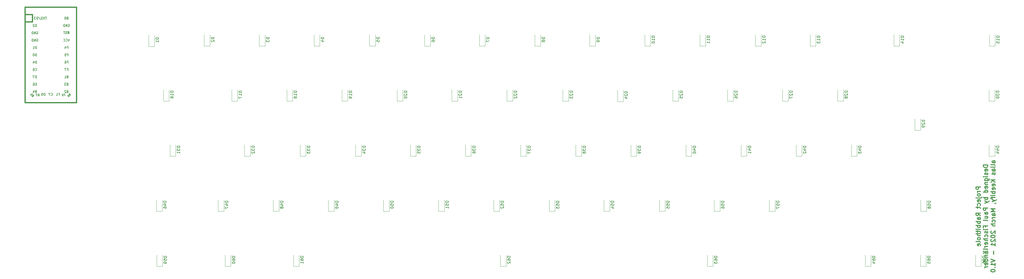
<source format=gbo>
G04 #@! TF.GenerationSoftware,KiCad,Pcbnew,(5.1.9)-1*
G04 #@! TF.CreationDate,2021-03-26T16:48:03+01:00*
G04 #@! TF.ProjectId,rabbitholev1,72616262-6974-4686-9f6c-6576312e6b69,rev?*
G04 #@! TF.SameCoordinates,Original*
G04 #@! TF.FileFunction,Legend,Bot*
G04 #@! TF.FilePolarity,Positive*
%FSLAX46Y46*%
G04 Gerber Fmt 4.6, Leading zero omitted, Abs format (unit mm)*
G04 Created by KiCad (PCBNEW (5.1.9)-1) date 2021-03-26 16:48:03*
%MOMM*%
%LPD*%
G01*
G04 APERTURE LIST*
%ADD10C,0.300000*%
%ADD11C,0.381000*%
%ADD12C,0.150000*%
%ADD13C,0.120000*%
G04 APERTURE END LIST*
D10*
X304135071Y-187278642D02*
X302635071Y-187278642D01*
X302635071Y-187850071D01*
X302706500Y-187992928D01*
X302777928Y-188064357D01*
X302920785Y-188135785D01*
X303135071Y-188135785D01*
X303277928Y-188064357D01*
X303349357Y-187992928D01*
X303420785Y-187850071D01*
X303420785Y-187278642D01*
X304135071Y-188778642D02*
X303135071Y-188778642D01*
X303420785Y-188778642D02*
X303277928Y-188850071D01*
X303206500Y-188921500D01*
X303135071Y-189064357D01*
X303135071Y-189207214D01*
X304135071Y-189921500D02*
X304063642Y-189778642D01*
X303992214Y-189707214D01*
X303849357Y-189635785D01*
X303420785Y-189635785D01*
X303277928Y-189707214D01*
X303206500Y-189778642D01*
X303135071Y-189921500D01*
X303135071Y-190135785D01*
X303206500Y-190278642D01*
X303277928Y-190350071D01*
X303420785Y-190421500D01*
X303849357Y-190421500D01*
X303992214Y-190350071D01*
X304063642Y-190278642D01*
X304135071Y-190135785D01*
X304135071Y-189921500D01*
X303135071Y-191064357D02*
X304420785Y-191064357D01*
X304563642Y-190992928D01*
X304635071Y-190850071D01*
X304635071Y-190778642D01*
X302635071Y-191064357D02*
X302706500Y-190992928D01*
X302777928Y-191064357D01*
X302706500Y-191135785D01*
X302635071Y-191064357D01*
X302777928Y-191064357D01*
X304063642Y-192350071D02*
X304135071Y-192207214D01*
X304135071Y-191921500D01*
X304063642Y-191778642D01*
X303920785Y-191707214D01*
X303349357Y-191707214D01*
X303206500Y-191778642D01*
X303135071Y-191921500D01*
X303135071Y-192207214D01*
X303206500Y-192350071D01*
X303349357Y-192421500D01*
X303492214Y-192421500D01*
X303635071Y-191707214D01*
X304063642Y-193707214D02*
X304135071Y-193564357D01*
X304135071Y-193278642D01*
X304063642Y-193135785D01*
X303992214Y-193064357D01*
X303849357Y-192992928D01*
X303420785Y-192992928D01*
X303277928Y-193064357D01*
X303206500Y-193135785D01*
X303135071Y-193278642D01*
X303135071Y-193564357D01*
X303206500Y-193707214D01*
X303135071Y-194135785D02*
X303135071Y-194707214D01*
X302635071Y-194350071D02*
X303920785Y-194350071D01*
X304063642Y-194421500D01*
X304135071Y-194564357D01*
X304135071Y-194707214D01*
X304135071Y-197207214D02*
X303420785Y-196707214D01*
X304135071Y-196350071D02*
X302635071Y-196350071D01*
X302635071Y-196921500D01*
X302706500Y-197064357D01*
X302777928Y-197135785D01*
X302920785Y-197207214D01*
X303135071Y-197207214D01*
X303277928Y-197135785D01*
X303349357Y-197064357D01*
X303420785Y-196921500D01*
X303420785Y-196350071D01*
X304135071Y-198492928D02*
X303349357Y-198492928D01*
X303206500Y-198421500D01*
X303135071Y-198278642D01*
X303135071Y-197992928D01*
X303206500Y-197850071D01*
X304063642Y-198492928D02*
X304135071Y-198350071D01*
X304135071Y-197992928D01*
X304063642Y-197850071D01*
X303920785Y-197778642D01*
X303777928Y-197778642D01*
X303635071Y-197850071D01*
X303563642Y-197992928D01*
X303563642Y-198350071D01*
X303492214Y-198492928D01*
X304135071Y-199207214D02*
X302635071Y-199207214D01*
X303206500Y-199207214D02*
X303135071Y-199350071D01*
X303135071Y-199635785D01*
X303206500Y-199778642D01*
X303277928Y-199850071D01*
X303420785Y-199921500D01*
X303849357Y-199921500D01*
X303992214Y-199850071D01*
X304063642Y-199778642D01*
X304135071Y-199635785D01*
X304135071Y-199350071D01*
X304063642Y-199207214D01*
X304135071Y-200564357D02*
X302635071Y-200564357D01*
X303206500Y-200564357D02*
X303135071Y-200707214D01*
X303135071Y-200992928D01*
X303206500Y-201135785D01*
X303277928Y-201207214D01*
X303420785Y-201278642D01*
X303849357Y-201278642D01*
X303992214Y-201207214D01*
X304063642Y-201135785D01*
X304135071Y-200992928D01*
X304135071Y-200707214D01*
X304063642Y-200564357D01*
X304135071Y-201921500D02*
X303135071Y-201921500D01*
X302635071Y-201921500D02*
X302706500Y-201850071D01*
X302777928Y-201921500D01*
X302706500Y-201992928D01*
X302635071Y-201921500D01*
X302777928Y-201921500D01*
X303135071Y-202421500D02*
X303135071Y-202992928D01*
X302635071Y-202635785D02*
X303920785Y-202635785D01*
X304063642Y-202707214D01*
X304135071Y-202850071D01*
X304135071Y-202992928D01*
X304135071Y-203492928D02*
X302635071Y-203492928D01*
X304135071Y-204135785D02*
X303349357Y-204135785D01*
X303206500Y-204064357D01*
X303135071Y-203921500D01*
X303135071Y-203707214D01*
X303206500Y-203564357D01*
X303277928Y-203492928D01*
X304135071Y-205064357D02*
X304063642Y-204921500D01*
X303992214Y-204850071D01*
X303849357Y-204778642D01*
X303420785Y-204778642D01*
X303277928Y-204850071D01*
X303206500Y-204921500D01*
X303135071Y-205064357D01*
X303135071Y-205278642D01*
X303206500Y-205421500D01*
X303277928Y-205492928D01*
X303420785Y-205564357D01*
X303849357Y-205564357D01*
X303992214Y-205492928D01*
X304063642Y-205421500D01*
X304135071Y-205278642D01*
X304135071Y-205064357D01*
X304135071Y-206421500D02*
X304063642Y-206278642D01*
X303920785Y-206207214D01*
X302635071Y-206207214D01*
X304063642Y-207564357D02*
X304135071Y-207421500D01*
X304135071Y-207135785D01*
X304063642Y-206992928D01*
X303920785Y-206921500D01*
X303349357Y-206921500D01*
X303206500Y-206992928D01*
X303135071Y-207135785D01*
X303135071Y-207421500D01*
X303206500Y-207564357D01*
X303349357Y-207635785D01*
X303492214Y-207635785D01*
X303635071Y-206921500D01*
X306685071Y-179707214D02*
X305185071Y-179707214D01*
X305185071Y-180064357D01*
X305256500Y-180278642D01*
X305399357Y-180421500D01*
X305542214Y-180492928D01*
X305827928Y-180564357D01*
X306042214Y-180564357D01*
X306327928Y-180492928D01*
X306470785Y-180421500D01*
X306613642Y-180278642D01*
X306685071Y-180064357D01*
X306685071Y-179707214D01*
X306613642Y-181778642D02*
X306685071Y-181635785D01*
X306685071Y-181350071D01*
X306613642Y-181207214D01*
X306470785Y-181135785D01*
X305899357Y-181135785D01*
X305756500Y-181207214D01*
X305685071Y-181350071D01*
X305685071Y-181635785D01*
X305756500Y-181778642D01*
X305899357Y-181850071D01*
X306042214Y-181850071D01*
X306185071Y-181135785D01*
X306613642Y-182421500D02*
X306685071Y-182564357D01*
X306685071Y-182850071D01*
X306613642Y-182992928D01*
X306470785Y-183064357D01*
X306399357Y-183064357D01*
X306256500Y-182992928D01*
X306185071Y-182850071D01*
X306185071Y-182635785D01*
X306113642Y-182492928D01*
X305970785Y-182421500D01*
X305899357Y-182421500D01*
X305756500Y-182492928D01*
X305685071Y-182635785D01*
X305685071Y-182850071D01*
X305756500Y-182992928D01*
X306685071Y-183707214D02*
X305685071Y-183707214D01*
X305185071Y-183707214D02*
X305256500Y-183635785D01*
X305327928Y-183707214D01*
X305256500Y-183778642D01*
X305185071Y-183707214D01*
X305327928Y-183707214D01*
X305685071Y-185064357D02*
X306899357Y-185064357D01*
X307042214Y-184992928D01*
X307113642Y-184921500D01*
X307185071Y-184778642D01*
X307185071Y-184564357D01*
X307113642Y-184421500D01*
X306613642Y-185064357D02*
X306685071Y-184921500D01*
X306685071Y-184635785D01*
X306613642Y-184492928D01*
X306542214Y-184421500D01*
X306399357Y-184350071D01*
X305970785Y-184350071D01*
X305827928Y-184421500D01*
X305756500Y-184492928D01*
X305685071Y-184635785D01*
X305685071Y-184921500D01*
X305756500Y-185064357D01*
X305685071Y-185778642D02*
X306685071Y-185778642D01*
X305827928Y-185778642D02*
X305756500Y-185850071D01*
X305685071Y-185992928D01*
X305685071Y-186207214D01*
X305756500Y-186350071D01*
X305899357Y-186421500D01*
X306685071Y-186421500D01*
X306613642Y-187707214D02*
X306685071Y-187564357D01*
X306685071Y-187278642D01*
X306613642Y-187135785D01*
X306470785Y-187064357D01*
X305899357Y-187064357D01*
X305756500Y-187135785D01*
X305685071Y-187278642D01*
X305685071Y-187564357D01*
X305756500Y-187707214D01*
X305899357Y-187778642D01*
X306042214Y-187778642D01*
X306185071Y-187064357D01*
X306685071Y-189064357D02*
X305185071Y-189064357D01*
X306613642Y-189064357D02*
X306685071Y-188921500D01*
X306685071Y-188635785D01*
X306613642Y-188492928D01*
X306542214Y-188421500D01*
X306399357Y-188350071D01*
X305970785Y-188350071D01*
X305827928Y-188421500D01*
X305756500Y-188492928D01*
X305685071Y-188635785D01*
X305685071Y-188921500D01*
X305756500Y-189064357D01*
X306685071Y-190921500D02*
X305185071Y-190921500D01*
X305756500Y-190921500D02*
X305685071Y-191064357D01*
X305685071Y-191350071D01*
X305756500Y-191492928D01*
X305827928Y-191564357D01*
X305970785Y-191635785D01*
X306399357Y-191635785D01*
X306542214Y-191564357D01*
X306613642Y-191492928D01*
X306685071Y-191350071D01*
X306685071Y-191064357D01*
X306613642Y-190921500D01*
X305685071Y-192135785D02*
X306685071Y-192492928D01*
X305685071Y-192850071D02*
X306685071Y-192492928D01*
X307042214Y-192350071D01*
X307113642Y-192278642D01*
X307185071Y-192135785D01*
X306685071Y-194564357D02*
X305185071Y-194564357D01*
X305185071Y-195135785D01*
X305256500Y-195278642D01*
X305327928Y-195350071D01*
X305470785Y-195421500D01*
X305685071Y-195421500D01*
X305827928Y-195350071D01*
X305899357Y-195278642D01*
X305970785Y-195135785D01*
X305970785Y-194564357D01*
X306685071Y-196707214D02*
X305899357Y-196707214D01*
X305756500Y-196635785D01*
X305685071Y-196492928D01*
X305685071Y-196207214D01*
X305756500Y-196064357D01*
X306613642Y-196707214D02*
X306685071Y-196564357D01*
X306685071Y-196207214D01*
X306613642Y-196064357D01*
X306470785Y-195992928D01*
X306327928Y-195992928D01*
X306185071Y-196064357D01*
X306113642Y-196207214D01*
X306113642Y-196564357D01*
X306042214Y-196707214D01*
X305685071Y-198064357D02*
X306685071Y-198064357D01*
X305685071Y-197421500D02*
X306470785Y-197421500D01*
X306613642Y-197492928D01*
X306685071Y-197635785D01*
X306685071Y-197850071D01*
X306613642Y-197992928D01*
X306542214Y-198064357D01*
X306685071Y-198992928D02*
X306613642Y-198850071D01*
X306470785Y-198778642D01*
X305185071Y-198778642D01*
X305899357Y-201207214D02*
X305899357Y-200707214D01*
X306685071Y-200707214D02*
X305185071Y-200707214D01*
X305185071Y-201421500D01*
X306685071Y-201992928D02*
X305685071Y-201992928D01*
X305185071Y-201992928D02*
X305256500Y-201921500D01*
X305327928Y-201992928D01*
X305256500Y-202064357D01*
X305185071Y-201992928D01*
X305327928Y-201992928D01*
X306613642Y-202635785D02*
X306685071Y-202778642D01*
X306685071Y-203064357D01*
X306613642Y-203207214D01*
X306470785Y-203278642D01*
X306399357Y-203278642D01*
X306256500Y-203207214D01*
X306185071Y-203064357D01*
X306185071Y-202850071D01*
X306113642Y-202707214D01*
X305970785Y-202635785D01*
X305899357Y-202635785D01*
X305756500Y-202707214D01*
X305685071Y-202850071D01*
X305685071Y-203064357D01*
X305756500Y-203207214D01*
X306613642Y-204564357D02*
X306685071Y-204421500D01*
X306685071Y-204135785D01*
X306613642Y-203992928D01*
X306542214Y-203921500D01*
X306399357Y-203850071D01*
X305970785Y-203850071D01*
X305827928Y-203921500D01*
X305756500Y-203992928D01*
X305685071Y-204135785D01*
X305685071Y-204421500D01*
X305756500Y-204564357D01*
X306685071Y-205207214D02*
X305185071Y-205207214D01*
X306685071Y-205850071D02*
X305899357Y-205850071D01*
X305756500Y-205778642D01*
X305685071Y-205635785D01*
X305685071Y-205421500D01*
X305756500Y-205278642D01*
X305827928Y-205207214D01*
X306613642Y-207135785D02*
X306685071Y-206992928D01*
X306685071Y-206707214D01*
X306613642Y-206564357D01*
X306470785Y-206492928D01*
X305899357Y-206492928D01*
X305756500Y-206564357D01*
X305685071Y-206707214D01*
X305685071Y-206992928D01*
X305756500Y-207135785D01*
X305899357Y-207207214D01*
X306042214Y-207207214D01*
X306185071Y-206492928D01*
X306685071Y-207850071D02*
X305685071Y-207850071D01*
X305970785Y-207850071D02*
X305827928Y-207921500D01*
X305756500Y-207992928D01*
X305685071Y-208135785D01*
X305685071Y-208278642D01*
X306685071Y-208992928D02*
X306613642Y-208850071D01*
X306470785Y-208778642D01*
X305185071Y-208778642D01*
X306685071Y-210207214D02*
X305899357Y-210207214D01*
X305756500Y-210135785D01*
X305685071Y-209992928D01*
X305685071Y-209707214D01*
X305756500Y-209564357D01*
X306613642Y-210207214D02*
X306685071Y-210064357D01*
X306685071Y-209707214D01*
X306613642Y-209564357D01*
X306470785Y-209492928D01*
X306327928Y-209492928D01*
X306185071Y-209564357D01*
X306113642Y-209707214D01*
X306113642Y-210064357D01*
X306042214Y-210207214D01*
X305185071Y-209564357D02*
X305256500Y-209635785D01*
X305327928Y-209564357D01*
X305256500Y-209492928D01*
X305185071Y-209564357D01*
X305327928Y-209564357D01*
X305185071Y-210135785D02*
X305256500Y-210207214D01*
X305327928Y-210135785D01*
X305256500Y-210064357D01*
X305185071Y-210135785D01*
X305327928Y-210135785D01*
X305685071Y-210921500D02*
X306685071Y-210921500D01*
X305827928Y-210921500D02*
X305756500Y-210992928D01*
X305685071Y-211135785D01*
X305685071Y-211350071D01*
X305756500Y-211492928D01*
X305899357Y-211564357D01*
X306685071Y-211564357D01*
X306685071Y-212921500D02*
X305185071Y-212921500D01*
X306613642Y-212921500D02*
X306685071Y-212778642D01*
X306685071Y-212492928D01*
X306613642Y-212350071D01*
X306542214Y-212278642D01*
X306399357Y-212207214D01*
X305970785Y-212207214D01*
X305827928Y-212278642D01*
X305756500Y-212350071D01*
X305685071Y-212492928D01*
X305685071Y-212778642D01*
X305756500Y-212921500D01*
X306613642Y-214207214D02*
X306685071Y-214064357D01*
X306685071Y-213778642D01*
X306613642Y-213635785D01*
X306470785Y-213564357D01*
X305899357Y-213564357D01*
X305756500Y-213635785D01*
X305685071Y-213778642D01*
X305685071Y-214064357D01*
X305756500Y-214207214D01*
X305899357Y-214278642D01*
X306042214Y-214278642D01*
X306185071Y-213564357D01*
X306685071Y-214921500D02*
X305685071Y-214921500D01*
X305970785Y-214921500D02*
X305827928Y-214992928D01*
X305756500Y-215064357D01*
X305685071Y-215207214D01*
X305685071Y-215350071D01*
X309235071Y-178885785D02*
X308449357Y-178885785D01*
X308306500Y-178814357D01*
X308235071Y-178671500D01*
X308235071Y-178385785D01*
X308306500Y-178242928D01*
X309163642Y-178885785D02*
X309235071Y-178742928D01*
X309235071Y-178385785D01*
X309163642Y-178242928D01*
X309020785Y-178171500D01*
X308877928Y-178171500D01*
X308735071Y-178242928D01*
X308663642Y-178385785D01*
X308663642Y-178742928D01*
X308592214Y-178885785D01*
X309235071Y-179814357D02*
X309163642Y-179671500D01*
X309020785Y-179600071D01*
X307735071Y-179600071D01*
X309235071Y-180385785D02*
X308235071Y-180385785D01*
X307735071Y-180385785D02*
X307806500Y-180314357D01*
X307877928Y-180385785D01*
X307806500Y-180457214D01*
X307735071Y-180385785D01*
X307877928Y-180385785D01*
X309235071Y-181742928D02*
X308449357Y-181742928D01*
X308306500Y-181671500D01*
X308235071Y-181528642D01*
X308235071Y-181242928D01*
X308306500Y-181100071D01*
X309163642Y-181742928D02*
X309235071Y-181600071D01*
X309235071Y-181242928D01*
X309163642Y-181100071D01*
X309020785Y-181028642D01*
X308877928Y-181028642D01*
X308735071Y-181100071D01*
X308663642Y-181242928D01*
X308663642Y-181600071D01*
X308592214Y-181742928D01*
X309163642Y-182385785D02*
X309235071Y-182528642D01*
X309235071Y-182814357D01*
X309163642Y-182957214D01*
X309020785Y-183028642D01*
X308949357Y-183028642D01*
X308806500Y-182957214D01*
X308735071Y-182814357D01*
X308735071Y-182600071D01*
X308663642Y-182457214D01*
X308520785Y-182385785D01*
X308449357Y-182385785D01*
X308306500Y-182457214D01*
X308235071Y-182600071D01*
X308235071Y-182814357D01*
X308306500Y-182957214D01*
X309235071Y-184814357D02*
X307735071Y-184814357D01*
X309235071Y-185671500D02*
X308377928Y-185028642D01*
X307735071Y-185671500D02*
X308592214Y-184814357D01*
X309163642Y-186885785D02*
X309235071Y-186742928D01*
X309235071Y-186457214D01*
X309163642Y-186314357D01*
X309020785Y-186242928D01*
X308449357Y-186242928D01*
X308306500Y-186314357D01*
X308235071Y-186457214D01*
X308235071Y-186742928D01*
X308306500Y-186885785D01*
X308449357Y-186957214D01*
X308592214Y-186957214D01*
X308735071Y-186242928D01*
X309163642Y-188171500D02*
X309235071Y-188028642D01*
X309235071Y-187742928D01*
X309163642Y-187600071D01*
X309020785Y-187528642D01*
X308449357Y-187528642D01*
X308306500Y-187600071D01*
X308235071Y-187742928D01*
X308235071Y-188028642D01*
X308306500Y-188171500D01*
X308449357Y-188242928D01*
X308592214Y-188242928D01*
X308735071Y-187528642D01*
X309235071Y-188885785D02*
X307735071Y-188885785D01*
X308306500Y-188885785D02*
X308235071Y-189028642D01*
X308235071Y-189314357D01*
X308306500Y-189457214D01*
X308377928Y-189528642D01*
X308520785Y-189600071D01*
X308949357Y-189600071D01*
X309092214Y-189528642D01*
X309163642Y-189457214D01*
X309235071Y-189314357D01*
X309235071Y-189028642D01*
X309163642Y-188885785D01*
X309235071Y-190242928D02*
X308235071Y-190242928D01*
X307735071Y-190242928D02*
X307806500Y-190171500D01*
X307877928Y-190242928D01*
X307806500Y-190314357D01*
X307735071Y-190242928D01*
X307877928Y-190242928D01*
X308235071Y-190742928D02*
X308235071Y-191314357D01*
X309235071Y-190957214D02*
X307949357Y-190957214D01*
X307806500Y-191028642D01*
X307735071Y-191171500D01*
X307735071Y-191314357D01*
X308235071Y-191671500D02*
X309235071Y-192028642D01*
X308235071Y-192385785D02*
X309235071Y-192028642D01*
X309592214Y-191885785D01*
X309663642Y-191814357D01*
X309735071Y-191671500D01*
X309163642Y-193028642D02*
X309235071Y-193028642D01*
X309377928Y-192957214D01*
X309449357Y-192885785D01*
X309235071Y-194814357D02*
X307735071Y-194814357D01*
X308806500Y-195314357D01*
X307735071Y-195814357D01*
X309235071Y-195814357D01*
X309235071Y-197171500D02*
X308449357Y-197171500D01*
X308306500Y-197100071D01*
X308235071Y-196957214D01*
X308235071Y-196671500D01*
X308306500Y-196528642D01*
X309163642Y-197171500D02*
X309235071Y-197028642D01*
X309235071Y-196671500D01*
X309163642Y-196528642D01*
X309020785Y-196457214D01*
X308877928Y-196457214D01*
X308735071Y-196528642D01*
X308663642Y-196671500D01*
X308663642Y-197028642D01*
X308592214Y-197171500D01*
X309235071Y-197885785D02*
X308235071Y-197885785D01*
X308520785Y-197885785D02*
X308377928Y-197957214D01*
X308306500Y-198028642D01*
X308235071Y-198171500D01*
X308235071Y-198314357D01*
X309163642Y-199457214D02*
X309235071Y-199314357D01*
X309235071Y-199028642D01*
X309163642Y-198885785D01*
X309092214Y-198814357D01*
X308949357Y-198742928D01*
X308520785Y-198742928D01*
X308377928Y-198814357D01*
X308306500Y-198885785D01*
X308235071Y-199028642D01*
X308235071Y-199314357D01*
X308306500Y-199457214D01*
X309235071Y-200100071D02*
X307735071Y-200100071D01*
X309235071Y-200742928D02*
X308449357Y-200742928D01*
X308306500Y-200671500D01*
X308235071Y-200528642D01*
X308235071Y-200314357D01*
X308306500Y-200171500D01*
X308377928Y-200100071D01*
X307877928Y-202528642D02*
X307806500Y-202600071D01*
X307735071Y-202742928D01*
X307735071Y-203100071D01*
X307806500Y-203242928D01*
X307877928Y-203314357D01*
X308020785Y-203385785D01*
X308163642Y-203385785D01*
X308377928Y-203314357D01*
X309235071Y-202457214D01*
X309235071Y-203385785D01*
X307735071Y-204314357D02*
X307735071Y-204457214D01*
X307806500Y-204600071D01*
X307877928Y-204671500D01*
X308020785Y-204742928D01*
X308306500Y-204814357D01*
X308663642Y-204814357D01*
X308949357Y-204742928D01*
X309092214Y-204671500D01*
X309163642Y-204600071D01*
X309235071Y-204457214D01*
X309235071Y-204314357D01*
X309163642Y-204171500D01*
X309092214Y-204100071D01*
X308949357Y-204028642D01*
X308663642Y-203957214D01*
X308306500Y-203957214D01*
X308020785Y-204028642D01*
X307877928Y-204100071D01*
X307806500Y-204171500D01*
X307735071Y-204314357D01*
X307877928Y-205385785D02*
X307806500Y-205457214D01*
X307735071Y-205600071D01*
X307735071Y-205957214D01*
X307806500Y-206100071D01*
X307877928Y-206171500D01*
X308020785Y-206242928D01*
X308163642Y-206242928D01*
X308377928Y-206171500D01*
X309235071Y-205314357D01*
X309235071Y-206242928D01*
X309235071Y-207671500D02*
X309235071Y-206814357D01*
X309235071Y-207242928D02*
X307735071Y-207242928D01*
X307949357Y-207100071D01*
X308092214Y-206957214D01*
X308163642Y-206814357D01*
X308663642Y-209457214D02*
X308663642Y-210600071D01*
X307735071Y-212242928D02*
X309235071Y-212742928D01*
X307735071Y-213242928D01*
X309235071Y-214528642D02*
X309235071Y-213671500D01*
X309235071Y-214100071D02*
X307735071Y-214100071D01*
X307949357Y-213957214D01*
X308092214Y-213814357D01*
X308163642Y-213671500D01*
X309092214Y-215171500D02*
X309163642Y-215242928D01*
X309235071Y-215171500D01*
X309163642Y-215100071D01*
X309092214Y-215171500D01*
X309235071Y-215171500D01*
X307735071Y-216171500D02*
X307735071Y-216314357D01*
X307806500Y-216457214D01*
X307877928Y-216528642D01*
X308020785Y-216600071D01*
X308306500Y-216671500D01*
X308663642Y-216671500D01*
X308949357Y-216600071D01*
X309092214Y-216528642D01*
X309163642Y-216457214D01*
X309235071Y-216314357D01*
X309235071Y-216171500D01*
X309163642Y-216028642D01*
X309092214Y-215957214D01*
X308949357Y-215885785D01*
X308663642Y-215814357D01*
X308306500Y-215814357D01*
X308020785Y-215885785D01*
X307877928Y-215957214D01*
X307806500Y-216028642D01*
X307735071Y-216171500D01*
D11*
G04 #@! TO.C,U1*
X-23545800Y-130164840D02*
X-26085800Y-130164840D01*
X-23545800Y-127624840D02*
X-23545800Y-130164840D01*
D12*
G36*
X-11151165Y-133913870D02*
G01*
X-11151165Y-134013870D01*
X-11051165Y-134013870D01*
X-11051165Y-133913870D01*
X-11151165Y-133913870D01*
G37*
X-11151165Y-133913870D02*
X-11151165Y-134013870D01*
X-11051165Y-134013870D01*
X-11051165Y-133913870D01*
X-11151165Y-133913870D01*
G36*
X-10951165Y-133513870D02*
G01*
X-10951165Y-134313870D01*
X-10851165Y-134313870D01*
X-10851165Y-133513870D01*
X-10951165Y-133513870D01*
G37*
X-10951165Y-133513870D02*
X-10951165Y-134313870D01*
X-10851165Y-134313870D01*
X-10851165Y-133513870D01*
X-10951165Y-133513870D01*
G36*
X-11351165Y-134113870D02*
G01*
X-11351165Y-134313870D01*
X-11251165Y-134313870D01*
X-11251165Y-134113870D01*
X-11351165Y-134113870D01*
G37*
X-11351165Y-134113870D02*
X-11351165Y-134313870D01*
X-11251165Y-134313870D01*
X-11251165Y-134113870D01*
X-11351165Y-134113870D01*
G36*
X-11351165Y-133513870D02*
G01*
X-11351165Y-133813870D01*
X-11251165Y-133813870D01*
X-11251165Y-133513870D01*
X-11351165Y-133513870D01*
G37*
X-11351165Y-133513870D02*
X-11351165Y-133813870D01*
X-11251165Y-133813870D01*
X-11251165Y-133513870D01*
X-11351165Y-133513870D01*
G36*
X-11351165Y-133513870D02*
G01*
X-11351165Y-133613870D01*
X-10851165Y-133613870D01*
X-10851165Y-133513870D01*
X-11351165Y-133513870D01*
G37*
X-11351165Y-133513870D02*
X-11351165Y-133613870D01*
X-10851165Y-133613870D01*
X-10851165Y-133513870D01*
X-11351165Y-133513870D01*
D11*
X-8305800Y-158104840D02*
X-8305800Y-125084840D01*
X-26085800Y-158104840D02*
X-8305800Y-158104840D01*
X-26085800Y-125084840D02*
X-26085800Y-158104840D01*
X-8305800Y-125084840D02*
X-26085800Y-125084840D01*
X-23545800Y-127624840D02*
X-26085800Y-127624840D01*
D13*
G04 #@! TO.C,D66*
X304403000Y-214721000D02*
X302403000Y-214721000D01*
X302403000Y-214721000D02*
X302403000Y-210821000D01*
X304403000Y-214721000D02*
X304403000Y-210821000D01*
G04 #@! TO.C,D65*
X285353000Y-214721000D02*
X283353000Y-214721000D01*
X283353000Y-214721000D02*
X283353000Y-210821000D01*
X285353000Y-214721000D02*
X285353000Y-210821000D01*
G04 #@! TO.C,D64*
X266303000Y-214721000D02*
X264303000Y-214721000D01*
X264303000Y-214721000D02*
X264303000Y-210821000D01*
X266303000Y-214721000D02*
X266303000Y-210821000D01*
G04 #@! TO.C,D63*
X211693000Y-214721000D02*
X209693000Y-214721000D01*
X209693000Y-214721000D02*
X209693000Y-210821000D01*
X211693000Y-214721000D02*
X211693000Y-210821000D01*
G04 #@! TO.C,D62*
X140192000Y-214721000D02*
X138192000Y-214721000D01*
X138192000Y-214721000D02*
X138192000Y-210821000D01*
X140192000Y-214721000D02*
X140192000Y-210821000D01*
G04 #@! TO.C,D61*
X68691000Y-214722000D02*
X66691000Y-214722000D01*
X66691000Y-214722000D02*
X66691000Y-210822000D01*
X68691000Y-214722000D02*
X68691000Y-210822000D01*
G04 #@! TO.C,D60*
X45069000Y-214721000D02*
X43069000Y-214721000D01*
X43069000Y-214721000D02*
X43069000Y-210821000D01*
X45069000Y-214721000D02*
X45069000Y-210821000D01*
G04 #@! TO.C,D59*
X21447000Y-214721000D02*
X19447000Y-214721000D01*
X19447000Y-214721000D02*
X19447000Y-210821000D01*
X21447000Y-214721000D02*
X21447000Y-210821000D01*
G04 #@! TO.C,D58*
X285480000Y-195671000D02*
X283480000Y-195671000D01*
X283480000Y-195671000D02*
X283480000Y-191771000D01*
X285480000Y-195671000D02*
X285480000Y-191771000D01*
G04 #@! TO.C,D57*
X233156000Y-195671000D02*
X231156000Y-195671000D01*
X231156000Y-195671000D02*
X231156000Y-191771000D01*
X233156000Y-195671000D02*
X233156000Y-191771000D01*
G04 #@! TO.C,D56*
X214106000Y-195671000D02*
X212106000Y-195671000D01*
X212106000Y-195671000D02*
X212106000Y-191771000D01*
X214106000Y-195671000D02*
X214106000Y-191771000D01*
G04 #@! TO.C,D55*
X195183000Y-195671000D02*
X193183000Y-195671000D01*
X193183000Y-195671000D02*
X193183000Y-191771000D01*
X195183000Y-195671000D02*
X195183000Y-191771000D01*
G04 #@! TO.C,D54*
X176006000Y-195671000D02*
X174006000Y-195671000D01*
X174006000Y-195671000D02*
X174006000Y-191771000D01*
X176006000Y-195671000D02*
X176006000Y-191771000D01*
G04 #@! TO.C,D53*
X157083000Y-195671000D02*
X155083000Y-195671000D01*
X155083000Y-195671000D02*
X155083000Y-191771000D01*
X157083000Y-195671000D02*
X157083000Y-191771000D01*
G04 #@! TO.C,D52*
X137906000Y-195671000D02*
X135906000Y-195671000D01*
X135906000Y-195671000D02*
X135906000Y-191771000D01*
X137906000Y-195671000D02*
X137906000Y-191771000D01*
G04 #@! TO.C,D51*
X118856000Y-195671000D02*
X116856000Y-195671000D01*
X116856000Y-195671000D02*
X116856000Y-191771000D01*
X118856000Y-195671000D02*
X118856000Y-191771000D01*
G04 #@! TO.C,D50*
X99806000Y-195671000D02*
X97806000Y-195671000D01*
X97806000Y-195671000D02*
X97806000Y-191771000D01*
X99806000Y-195671000D02*
X99806000Y-191771000D01*
G04 #@! TO.C,D49*
X80756000Y-195671000D02*
X78756000Y-195671000D01*
X78756000Y-195671000D02*
X78756000Y-191771000D01*
X80756000Y-195671000D02*
X80756000Y-191771000D01*
G04 #@! TO.C,D48*
X61706000Y-195671000D02*
X59706000Y-195671000D01*
X59706000Y-195671000D02*
X59706000Y-191771000D01*
X61706000Y-195671000D02*
X61706000Y-191771000D01*
G04 #@! TO.C,D47*
X42656000Y-195671000D02*
X40656000Y-195671000D01*
X40656000Y-195671000D02*
X40656000Y-191771000D01*
X42656000Y-195671000D02*
X42656000Y-191771000D01*
G04 #@! TO.C,D46*
X21320000Y-195671000D02*
X19320000Y-195671000D01*
X19320000Y-195671000D02*
X19320000Y-191771000D01*
X21320000Y-195671000D02*
X21320000Y-191771000D01*
G04 #@! TO.C,D44*
X309102000Y-176621000D02*
X307102000Y-176621000D01*
X307102000Y-176621000D02*
X307102000Y-172721000D01*
X309102000Y-176621000D02*
X309102000Y-172721000D01*
G04 #@! TO.C,D43*
X261477000Y-176621000D02*
X259477000Y-176621000D01*
X259477000Y-176621000D02*
X259477000Y-172721000D01*
X261477000Y-176621000D02*
X261477000Y-172721000D01*
G04 #@! TO.C,D42*
X242427000Y-176621000D02*
X240427000Y-176621000D01*
X240427000Y-176621000D02*
X240427000Y-172721000D01*
X242427000Y-176621000D02*
X242427000Y-172721000D01*
G04 #@! TO.C,D41*
X223377000Y-176621000D02*
X221377000Y-176621000D01*
X221377000Y-176621000D02*
X221377000Y-172721000D01*
X223377000Y-176621000D02*
X223377000Y-172721000D01*
G04 #@! TO.C,D40*
X204327000Y-176621000D02*
X202327000Y-176621000D01*
X202327000Y-176621000D02*
X202327000Y-172721000D01*
X204327000Y-176621000D02*
X204327000Y-172721000D01*
G04 #@! TO.C,D39*
X185277000Y-176621000D02*
X183277000Y-176621000D01*
X183277000Y-176621000D02*
X183277000Y-172721000D01*
X185277000Y-176621000D02*
X185277000Y-172721000D01*
G04 #@! TO.C,D38*
X166227000Y-176621000D02*
X164227000Y-176621000D01*
X164227000Y-176621000D02*
X164227000Y-172721000D01*
X166227000Y-176621000D02*
X166227000Y-172721000D01*
G04 #@! TO.C,D37*
X147177000Y-176621000D02*
X145177000Y-176621000D01*
X145177000Y-176621000D02*
X145177000Y-172721000D01*
X147177000Y-176621000D02*
X147177000Y-172721000D01*
G04 #@! TO.C,D36*
X128127000Y-176621000D02*
X126127000Y-176621000D01*
X126127000Y-176621000D02*
X126127000Y-172721000D01*
X128127000Y-176621000D02*
X128127000Y-172721000D01*
G04 #@! TO.C,D35*
X109077000Y-176621000D02*
X107077000Y-176621000D01*
X107077000Y-176621000D02*
X107077000Y-172721000D01*
X109077000Y-176621000D02*
X109077000Y-172721000D01*
G04 #@! TO.C,D34*
X90154000Y-176621000D02*
X88154000Y-176621000D01*
X88154000Y-176621000D02*
X88154000Y-172721000D01*
X90154000Y-176621000D02*
X90154000Y-172721000D01*
G04 #@! TO.C,D33*
X70977000Y-176621000D02*
X68977000Y-176621000D01*
X68977000Y-176621000D02*
X68977000Y-172721000D01*
X70977000Y-176621000D02*
X70977000Y-172721000D01*
G04 #@! TO.C,D32*
X51800000Y-176621000D02*
X49800000Y-176621000D01*
X49800000Y-176621000D02*
X49800000Y-172721000D01*
X51800000Y-176621000D02*
X51800000Y-172721000D01*
G04 #@! TO.C,D31*
X26019000Y-176621000D02*
X24019000Y-176621000D01*
X24019000Y-176621000D02*
X24019000Y-172721000D01*
X26019000Y-176621000D02*
X26019000Y-172721000D01*
G04 #@! TO.C,D30*
X309102000Y-157571000D02*
X307102000Y-157571000D01*
X307102000Y-157571000D02*
X307102000Y-153671000D01*
X309102000Y-157571000D02*
X309102000Y-153671000D01*
G04 #@! TO.C,D29*
X283448000Y-167604000D02*
X281448000Y-167604000D01*
X281448000Y-167604000D02*
X281448000Y-163704000D01*
X283448000Y-167604000D02*
X283448000Y-163704000D01*
G04 #@! TO.C,D28*
X256778000Y-157571000D02*
X254778000Y-157571000D01*
X254778000Y-157571000D02*
X254778000Y-153671000D01*
X256778000Y-157571000D02*
X256778000Y-153671000D01*
G04 #@! TO.C,D27*
X237728000Y-157571000D02*
X235728000Y-157571000D01*
X235728000Y-157571000D02*
X235728000Y-153671000D01*
X237728000Y-157571000D02*
X237728000Y-153671000D01*
G04 #@! TO.C,D26*
X218678000Y-157571000D02*
X216678000Y-157571000D01*
X216678000Y-157571000D02*
X216678000Y-153671000D01*
X218678000Y-157571000D02*
X218678000Y-153671000D01*
G04 #@! TO.C,D25*
X199755000Y-157571000D02*
X197755000Y-157571000D01*
X197755000Y-157571000D02*
X197755000Y-153671000D01*
X199755000Y-157571000D02*
X199755000Y-153671000D01*
G04 #@! TO.C,D24*
X180705000Y-157698000D02*
X178705000Y-157698000D01*
X178705000Y-157698000D02*
X178705000Y-153798000D01*
X180705000Y-157698000D02*
X180705000Y-153798000D01*
G04 #@! TO.C,D23*
X161782000Y-157571000D02*
X159782000Y-157571000D01*
X159782000Y-157571000D02*
X159782000Y-153671000D01*
X161782000Y-157571000D02*
X161782000Y-153671000D01*
G04 #@! TO.C,D22*
X142478000Y-157571000D02*
X140478000Y-157571000D01*
X140478000Y-157571000D02*
X140478000Y-153671000D01*
X142478000Y-157571000D02*
X142478000Y-153671000D01*
G04 #@! TO.C,D21*
X123428000Y-157571000D02*
X121428000Y-157571000D01*
X121428000Y-157571000D02*
X121428000Y-153671000D01*
X123428000Y-157571000D02*
X123428000Y-153671000D01*
G04 #@! TO.C,D20*
X104505000Y-157571000D02*
X102505000Y-157571000D01*
X102505000Y-157571000D02*
X102505000Y-153671000D01*
X104505000Y-157571000D02*
X104505000Y-153671000D01*
G04 #@! TO.C,D19*
X85455000Y-157571000D02*
X83455000Y-157571000D01*
X83455000Y-157571000D02*
X83455000Y-153671000D01*
X85455000Y-157571000D02*
X85455000Y-153671000D01*
G04 #@! TO.C,D18*
X66405000Y-157571000D02*
X64405000Y-157571000D01*
X64405000Y-157571000D02*
X64405000Y-153671000D01*
X66405000Y-157571000D02*
X66405000Y-153671000D01*
G04 #@! TO.C,D17*
X47355000Y-157571000D02*
X45355000Y-157571000D01*
X45355000Y-157571000D02*
X45355000Y-153671000D01*
X47355000Y-157571000D02*
X47355000Y-153671000D01*
G04 #@! TO.C,D16*
X23733000Y-157571000D02*
X21733000Y-157571000D01*
X21733000Y-157571000D02*
X21733000Y-153671000D01*
X23733000Y-157571000D02*
X23733000Y-153671000D01*
G04 #@! TO.C,D15*
X309229000Y-138521000D02*
X307229000Y-138521000D01*
X307229000Y-138521000D02*
X307229000Y-134621000D01*
X309229000Y-138521000D02*
X309229000Y-134621000D01*
G04 #@! TO.C,D14*
X276209000Y-138521000D02*
X274209000Y-138521000D01*
X274209000Y-138521000D02*
X274209000Y-134621000D01*
X276209000Y-138521000D02*
X276209000Y-134621000D01*
G04 #@! TO.C,D13*
X247253000Y-138521000D02*
X245253000Y-138521000D01*
X245253000Y-138521000D02*
X245253000Y-134621000D01*
X247253000Y-138521000D02*
X247253000Y-134621000D01*
G04 #@! TO.C,D12*
X228330000Y-138521000D02*
X226330000Y-138521000D01*
X226330000Y-138521000D02*
X226330000Y-134621000D01*
X228330000Y-138521000D02*
X228330000Y-134621000D01*
G04 #@! TO.C,D11*
X209153000Y-138521000D02*
X207153000Y-138521000D01*
X207153000Y-138521000D02*
X207153000Y-134621000D01*
X209153000Y-138521000D02*
X209153000Y-134621000D01*
G04 #@! TO.C,D10*
X190103000Y-138521000D02*
X188103000Y-138521000D01*
X188103000Y-138521000D02*
X188103000Y-134621000D01*
X190103000Y-138521000D02*
X190103000Y-134621000D01*
G04 #@! TO.C,D9*
X171053000Y-138521000D02*
X169053000Y-138521000D01*
X169053000Y-138521000D02*
X169053000Y-134621000D01*
X171053000Y-138521000D02*
X171053000Y-134621000D01*
G04 #@! TO.C,D8*
X152130000Y-138521000D02*
X150130000Y-138521000D01*
X150130000Y-138521000D02*
X150130000Y-134621000D01*
X152130000Y-138521000D02*
X152130000Y-134621000D01*
G04 #@! TO.C,D7*
X132953000Y-138521000D02*
X130953000Y-138521000D01*
X130953000Y-138521000D02*
X130953000Y-134621000D01*
X132953000Y-138521000D02*
X132953000Y-134621000D01*
G04 #@! TO.C,D6*
X114030000Y-138521000D02*
X112030000Y-138521000D01*
X112030000Y-138521000D02*
X112030000Y-134621000D01*
X114030000Y-138521000D02*
X114030000Y-134621000D01*
G04 #@! TO.C,D5*
X94980000Y-138521000D02*
X92980000Y-138521000D01*
X92980000Y-138521000D02*
X92980000Y-134621000D01*
X94980000Y-138521000D02*
X94980000Y-134621000D01*
G04 #@! TO.C,D4*
X75803000Y-138521000D02*
X73803000Y-138521000D01*
X73803000Y-138521000D02*
X73803000Y-134621000D01*
X75803000Y-138521000D02*
X75803000Y-134621000D01*
G04 #@! TO.C,D3*
X56880000Y-138521000D02*
X54880000Y-138521000D01*
X54880000Y-138521000D02*
X54880000Y-134621000D01*
X56880000Y-138521000D02*
X56880000Y-134621000D01*
G04 #@! TO.C,D2*
X37830000Y-138521000D02*
X35830000Y-138521000D01*
X35830000Y-138521000D02*
X35830000Y-134621000D01*
X37830000Y-138521000D02*
X37830000Y-134621000D01*
G04 #@! TO.C,D1*
X18653000Y-138648000D02*
X16653000Y-138648000D01*
X16653000Y-138648000D02*
X16653000Y-134748000D01*
X18653000Y-138648000D02*
X18653000Y-134748000D01*
G04 #@! TO.C,U1*
D12*
X-19145323Y-155626744D02*
X-19145323Y-154826744D01*
X-19335800Y-154826744D01*
X-19450085Y-154864840D01*
X-19526276Y-154941030D01*
X-19564371Y-155017220D01*
X-19602466Y-155169601D01*
X-19602466Y-155283887D01*
X-19564371Y-155436268D01*
X-19526276Y-155512459D01*
X-19450085Y-155588649D01*
X-19335800Y-155626744D01*
X-19145323Y-155626744D01*
X-20326276Y-154826744D02*
X-19945323Y-154826744D01*
X-19907228Y-155207697D01*
X-19945323Y-155169601D01*
X-20021514Y-155131506D01*
X-20211990Y-155131506D01*
X-20288180Y-155169601D01*
X-20326276Y-155207697D01*
X-20364371Y-155283887D01*
X-20364371Y-155474363D01*
X-20326276Y-155550554D01*
X-20288180Y-155588649D01*
X-20211990Y-155626744D01*
X-20021514Y-155626744D01*
X-19945323Y-155588649D01*
X-19907228Y-155550554D01*
X-14389133Y-155207697D02*
X-14122466Y-155207697D01*
X-14122466Y-155626744D02*
X-14122466Y-154826744D01*
X-14503419Y-154826744D01*
X-15227228Y-155626744D02*
X-14770085Y-155626744D01*
X-14998657Y-155626744D02*
X-14998657Y-154826744D01*
X-14922466Y-154941030D01*
X-14846276Y-155017220D01*
X-14770085Y-155055316D01*
X-17062466Y-155550554D02*
X-17024371Y-155588649D01*
X-16910085Y-155626744D01*
X-16833895Y-155626744D01*
X-16719609Y-155588649D01*
X-16643419Y-155512459D01*
X-16605323Y-155436268D01*
X-16567228Y-155283887D01*
X-16567228Y-155169601D01*
X-16605323Y-155017220D01*
X-16643419Y-154941030D01*
X-16719609Y-154864840D01*
X-16833895Y-154826744D01*
X-16910085Y-154826744D01*
X-17024371Y-154864840D01*
X-17062466Y-154902935D01*
X-17329133Y-154826744D02*
X-17862466Y-154826744D01*
X-17519609Y-155626744D01*
X-10630808Y-155329137D02*
X-10677948Y-155423418D01*
X-10677948Y-155470559D01*
X-10654378Y-155541269D01*
X-10583667Y-155611980D01*
X-10512957Y-155635550D01*
X-10465816Y-155635550D01*
X-10395106Y-155611980D01*
X-10206544Y-155423418D01*
X-10701519Y-154928443D01*
X-10866510Y-155093435D01*
X-10890080Y-155164146D01*
X-10890080Y-155211286D01*
X-10866510Y-155281997D01*
X-10819370Y-155329137D01*
X-10748659Y-155352707D01*
X-10701519Y-155352707D01*
X-10630808Y-155329137D01*
X-10465816Y-155164146D01*
X-11408625Y-155635550D02*
X-11314344Y-155541269D01*
X-11243634Y-155517699D01*
X-11196493Y-155517699D01*
X-11078642Y-155541269D01*
X-10960791Y-155611980D01*
X-10772229Y-155800542D01*
X-10748659Y-155871252D01*
X-10748659Y-155918393D01*
X-10772229Y-155989104D01*
X-10866510Y-156083384D01*
X-10937221Y-156106955D01*
X-10984361Y-156106955D01*
X-11055072Y-156083384D01*
X-11172923Y-155965533D01*
X-11196493Y-155894823D01*
X-11196493Y-155847682D01*
X-11172923Y-155776972D01*
X-11078642Y-155682691D01*
X-11007932Y-155659120D01*
X-10960791Y-155659120D01*
X-10890080Y-155682691D01*
X-12462466Y-155414840D02*
X-12229133Y-155414840D01*
X-12229133Y-155781506D02*
X-12229133Y-155081506D01*
X-12562466Y-155081506D01*
X-12962466Y-155081506D02*
X-13029133Y-155081506D01*
X-13095800Y-155114840D01*
X-13129133Y-155148173D01*
X-13162466Y-155214840D01*
X-13195800Y-155348173D01*
X-13195800Y-155514840D01*
X-13162466Y-155648173D01*
X-13129133Y-155714840D01*
X-13095800Y-155748173D01*
X-13029133Y-155781506D01*
X-12962466Y-155781506D01*
X-12895800Y-155748173D01*
X-12862466Y-155714840D01*
X-12829133Y-155648173D01*
X-12795800Y-155514840D01*
X-12795800Y-155348173D01*
X-12829133Y-155214840D01*
X-12862466Y-155148173D01*
X-12895800Y-155114840D01*
X-12962466Y-155081506D01*
X-21412466Y-155414840D02*
X-21512466Y-155448173D01*
X-21545800Y-155481506D01*
X-21579133Y-155548173D01*
X-21579133Y-155648173D01*
X-21545800Y-155714840D01*
X-21512466Y-155748173D01*
X-21445800Y-155781506D01*
X-21179133Y-155781506D01*
X-21179133Y-155081506D01*
X-21412466Y-155081506D01*
X-21479133Y-155114840D01*
X-21512466Y-155148173D01*
X-21545800Y-155214840D01*
X-21545800Y-155281506D01*
X-21512466Y-155348173D01*
X-21479133Y-155381506D01*
X-21412466Y-155414840D01*
X-21179133Y-155414840D01*
X-21812466Y-155081506D02*
X-22279133Y-155081506D01*
X-21979133Y-155781506D01*
X-11622466Y-134278649D02*
X-11736752Y-134316744D01*
X-11927228Y-134316744D01*
X-12003419Y-134278649D01*
X-12041514Y-134240554D01*
X-12079609Y-134164363D01*
X-12079609Y-134088173D01*
X-12041514Y-134011982D01*
X-12003419Y-133973887D01*
X-11927228Y-133935792D01*
X-11774847Y-133897697D01*
X-11698657Y-133859601D01*
X-11660561Y-133821506D01*
X-11622466Y-133745316D01*
X-11622466Y-133669125D01*
X-11660561Y-133592935D01*
X-11698657Y-133554840D01*
X-11774847Y-133516744D01*
X-11965323Y-133516744D01*
X-12079609Y-133554840D01*
X-12308180Y-133516744D02*
X-12765323Y-133516744D01*
X-12536752Y-134316744D02*
X-12536752Y-133516744D01*
X-18577195Y-128456744D02*
X-19034338Y-128456744D01*
X-18805767Y-129256744D02*
X-18805767Y-128456744D01*
X-19224814Y-128456744D02*
X-19758148Y-129256744D01*
X-19758148Y-128456744D02*
X-19224814Y-129256744D01*
X-20215291Y-128456744D02*
X-20291481Y-128456744D01*
X-20367672Y-128494840D01*
X-20405767Y-128532935D01*
X-20443862Y-128609125D01*
X-20481957Y-128761506D01*
X-20481957Y-128951982D01*
X-20443862Y-129104363D01*
X-20405767Y-129180554D01*
X-20367672Y-129218649D01*
X-20291481Y-129256744D01*
X-20215291Y-129256744D01*
X-20139100Y-129218649D01*
X-20101005Y-129180554D01*
X-20062910Y-129104363D01*
X-20024814Y-128951982D01*
X-20024814Y-128761506D01*
X-20062910Y-128609125D01*
X-20101005Y-128532935D01*
X-20139100Y-128494840D01*
X-20215291Y-128456744D01*
X-21396243Y-128418649D02*
X-20710529Y-129447220D01*
X-21662910Y-129256744D02*
X-21662910Y-128456744D01*
X-21853386Y-128456744D01*
X-21967672Y-128494840D01*
X-22043862Y-128571030D01*
X-22081957Y-128647220D01*
X-22120052Y-128799601D01*
X-22120052Y-128913887D01*
X-22081957Y-129066268D01*
X-22043862Y-129142459D01*
X-21967672Y-129218649D01*
X-21853386Y-129256744D01*
X-21662910Y-129256744D01*
X-22386719Y-128456744D02*
X-22881957Y-128456744D01*
X-22615291Y-128761506D01*
X-22729576Y-128761506D01*
X-22805767Y-128799601D01*
X-22843862Y-128837697D01*
X-22881957Y-128913887D01*
X-22881957Y-129104363D01*
X-22843862Y-129180554D01*
X-22805767Y-129218649D01*
X-22729576Y-129256744D01*
X-22501005Y-129256744D01*
X-22424814Y-129218649D01*
X-22386719Y-129180554D01*
X-11410990Y-154237697D02*
X-11525276Y-154275792D01*
X-11563371Y-154313887D01*
X-11601466Y-154390078D01*
X-11601466Y-154504363D01*
X-11563371Y-154580554D01*
X-11525276Y-154618649D01*
X-11449085Y-154656744D01*
X-11144323Y-154656744D01*
X-11144323Y-153856744D01*
X-11410990Y-153856744D01*
X-11487180Y-153894840D01*
X-11525276Y-153932935D01*
X-11563371Y-154009125D01*
X-11563371Y-154085316D01*
X-11525276Y-154161506D01*
X-11487180Y-154199601D01*
X-11410990Y-154237697D01*
X-11144323Y-154237697D01*
X-11906228Y-153932935D02*
X-11944323Y-153894840D01*
X-12020514Y-153856744D01*
X-12210990Y-153856744D01*
X-12287180Y-153894840D01*
X-12325276Y-153932935D01*
X-12363371Y-154009125D01*
X-12363371Y-154085316D01*
X-12325276Y-154199601D01*
X-11868133Y-154656744D01*
X-12363371Y-154656744D01*
X-11468133Y-146617697D02*
X-11201466Y-146617697D01*
X-11201466Y-147036744D02*
X-11201466Y-146236744D01*
X-11582419Y-146236744D01*
X-11810990Y-146236744D02*
X-12344323Y-146236744D01*
X-12001466Y-147036744D01*
X-11468133Y-144077697D02*
X-11201466Y-144077697D01*
X-11201466Y-144496744D02*
X-11201466Y-143696744D01*
X-11582419Y-143696744D01*
X-12230038Y-143696744D02*
X-12077657Y-143696744D01*
X-12001466Y-143734840D01*
X-11963371Y-143772935D01*
X-11887180Y-143887220D01*
X-11849085Y-144039601D01*
X-11849085Y-144344363D01*
X-11887180Y-144420554D01*
X-11925276Y-144458649D01*
X-12001466Y-144496744D01*
X-12153847Y-144496744D01*
X-12230038Y-144458649D01*
X-12268133Y-144420554D01*
X-12306228Y-144344363D01*
X-12306228Y-144153887D01*
X-12268133Y-144077697D01*
X-12230038Y-144039601D01*
X-12153847Y-144001506D01*
X-12001466Y-144001506D01*
X-11925276Y-144039601D01*
X-11887180Y-144077697D01*
X-11849085Y-144153887D01*
X-11468133Y-141537697D02*
X-11201466Y-141537697D01*
X-11201466Y-141956744D02*
X-11201466Y-141156744D01*
X-11582419Y-141156744D01*
X-12268133Y-141156744D02*
X-11887180Y-141156744D01*
X-11849085Y-141537697D01*
X-11887180Y-141499601D01*
X-11963371Y-141461506D01*
X-12153847Y-141461506D01*
X-12230038Y-141499601D01*
X-12268133Y-141537697D01*
X-12306228Y-141613887D01*
X-12306228Y-141804363D01*
X-12268133Y-141880554D01*
X-12230038Y-141918649D01*
X-12153847Y-141956744D01*
X-11963371Y-141956744D01*
X-11887180Y-141918649D01*
X-11849085Y-141880554D01*
X-11410990Y-128837697D02*
X-11525276Y-128875792D01*
X-11563371Y-128913887D01*
X-11601466Y-128990078D01*
X-11601466Y-129104363D01*
X-11563371Y-129180554D01*
X-11525276Y-129218649D01*
X-11449085Y-129256744D01*
X-11144323Y-129256744D01*
X-11144323Y-128456744D01*
X-11410990Y-128456744D01*
X-11487180Y-128494840D01*
X-11525276Y-128532935D01*
X-11563371Y-128609125D01*
X-11563371Y-128685316D01*
X-11525276Y-128761506D01*
X-11487180Y-128799601D01*
X-11410990Y-128837697D01*
X-11144323Y-128837697D01*
X-12096704Y-128456744D02*
X-12172895Y-128456744D01*
X-12249085Y-128494840D01*
X-12287180Y-128532935D01*
X-12325276Y-128609125D01*
X-12363371Y-128761506D01*
X-12363371Y-128951982D01*
X-12325276Y-129104363D01*
X-12287180Y-129180554D01*
X-12249085Y-129218649D01*
X-12172895Y-129256744D01*
X-12096704Y-129256744D01*
X-12020514Y-129218649D01*
X-11982419Y-129180554D01*
X-11944323Y-129104363D01*
X-11906228Y-128951982D01*
X-11906228Y-128761506D01*
X-11944323Y-128609125D01*
X-11982419Y-128532935D01*
X-12020514Y-128494840D01*
X-12096704Y-128456744D01*
X-11125276Y-131034840D02*
X-11049085Y-130996744D01*
X-10934800Y-130996744D01*
X-10820514Y-131034840D01*
X-10744323Y-131111030D01*
X-10706228Y-131187220D01*
X-10668133Y-131339601D01*
X-10668133Y-131453887D01*
X-10706228Y-131606268D01*
X-10744323Y-131682459D01*
X-10820514Y-131758649D01*
X-10934800Y-131796744D01*
X-11010990Y-131796744D01*
X-11125276Y-131758649D01*
X-11163371Y-131720554D01*
X-11163371Y-131453887D01*
X-11010990Y-131453887D01*
X-11506228Y-131796744D02*
X-11506228Y-130996744D01*
X-11963371Y-131796744D01*
X-11963371Y-130996744D01*
X-12344323Y-131796744D02*
X-12344323Y-130996744D01*
X-12534800Y-130996744D01*
X-12649085Y-131034840D01*
X-12725276Y-131111030D01*
X-12763371Y-131187220D01*
X-12801466Y-131339601D01*
X-12801466Y-131453887D01*
X-12763371Y-131606268D01*
X-12725276Y-131682459D01*
X-12649085Y-131758649D01*
X-12534800Y-131796744D01*
X-12344323Y-131796744D01*
X-10668133Y-136076744D02*
X-10934800Y-136876744D01*
X-11201466Y-136076744D01*
X-11925276Y-136800554D02*
X-11887180Y-136838649D01*
X-11772895Y-136876744D01*
X-11696704Y-136876744D01*
X-11582419Y-136838649D01*
X-11506228Y-136762459D01*
X-11468133Y-136686268D01*
X-11430038Y-136533887D01*
X-11430038Y-136419601D01*
X-11468133Y-136267220D01*
X-11506228Y-136191030D01*
X-11582419Y-136114840D01*
X-11696704Y-136076744D01*
X-11772895Y-136076744D01*
X-11887180Y-136114840D01*
X-11925276Y-136152935D01*
X-12725276Y-136800554D02*
X-12687180Y-136838649D01*
X-12572895Y-136876744D01*
X-12496704Y-136876744D01*
X-12382419Y-136838649D01*
X-12306228Y-136762459D01*
X-12268133Y-136686268D01*
X-12230038Y-136533887D01*
X-12230038Y-136419601D01*
X-12268133Y-136267220D01*
X-12306228Y-136191030D01*
X-12382419Y-136114840D01*
X-12496704Y-136076744D01*
X-12572895Y-136076744D01*
X-12687180Y-136114840D01*
X-12725276Y-136152935D01*
X-11468133Y-138997697D02*
X-11201466Y-138997697D01*
X-11201466Y-139416744D02*
X-11201466Y-138616744D01*
X-11582419Y-138616744D01*
X-12230038Y-138883411D02*
X-12230038Y-139416744D01*
X-12039561Y-138578649D02*
X-11849085Y-139150078D01*
X-12344323Y-139150078D01*
X-11410990Y-149157697D02*
X-11525276Y-149195792D01*
X-11563371Y-149233887D01*
X-11601466Y-149310078D01*
X-11601466Y-149424363D01*
X-11563371Y-149500554D01*
X-11525276Y-149538649D01*
X-11449085Y-149576744D01*
X-11144323Y-149576744D01*
X-11144323Y-148776744D01*
X-11410990Y-148776744D01*
X-11487180Y-148814840D01*
X-11525276Y-148852935D01*
X-11563371Y-148929125D01*
X-11563371Y-149005316D01*
X-11525276Y-149081506D01*
X-11487180Y-149119601D01*
X-11410990Y-149157697D01*
X-11144323Y-149157697D01*
X-12363371Y-149576744D02*
X-11906228Y-149576744D01*
X-12134800Y-149576744D02*
X-12134800Y-148776744D01*
X-12058609Y-148891030D01*
X-11982419Y-148967220D01*
X-11906228Y-149005316D01*
X-11410990Y-151697697D02*
X-11525276Y-151735792D01*
X-11563371Y-151773887D01*
X-11601466Y-151850078D01*
X-11601466Y-151964363D01*
X-11563371Y-152040554D01*
X-11525276Y-152078649D01*
X-11449085Y-152116744D01*
X-11144323Y-152116744D01*
X-11144323Y-151316744D01*
X-11410990Y-151316744D01*
X-11487180Y-151354840D01*
X-11525276Y-151392935D01*
X-11563371Y-151469125D01*
X-11563371Y-151545316D01*
X-11525276Y-151621506D01*
X-11487180Y-151659601D01*
X-11410990Y-151697697D01*
X-11144323Y-151697697D01*
X-11868133Y-151316744D02*
X-12363371Y-151316744D01*
X-12096704Y-151621506D01*
X-12210990Y-151621506D01*
X-12287180Y-151659601D01*
X-12325276Y-151697697D01*
X-12363371Y-151773887D01*
X-12363371Y-151964363D01*
X-12325276Y-152040554D01*
X-12287180Y-152078649D01*
X-12210990Y-152116744D01*
X-11982419Y-152116744D01*
X-11906228Y-152078649D01*
X-11868133Y-152040554D01*
X-23360097Y-155729831D02*
X-23454378Y-155682691D01*
X-23501519Y-155682691D01*
X-23572229Y-155706261D01*
X-23642940Y-155776972D01*
X-23666510Y-155847682D01*
X-23666510Y-155894823D01*
X-23642940Y-155965533D01*
X-23454378Y-156154095D01*
X-22959403Y-155659120D01*
X-23124395Y-155494129D01*
X-23195106Y-155470559D01*
X-23242246Y-155470559D01*
X-23312957Y-155494129D01*
X-23360097Y-155541269D01*
X-23383667Y-155611980D01*
X-23383667Y-155659120D01*
X-23360097Y-155729831D01*
X-23195106Y-155894823D01*
X-23690080Y-154928443D02*
X-23454378Y-155164146D01*
X-23666510Y-155423418D01*
X-23666510Y-155376278D01*
X-23690080Y-155305567D01*
X-23807932Y-155187716D01*
X-23878642Y-155164146D01*
X-23925783Y-155164146D01*
X-23996493Y-155187716D01*
X-24114344Y-155305567D01*
X-24137915Y-155376278D01*
X-24137915Y-155423418D01*
X-24114344Y-155494129D01*
X-23996493Y-155611980D01*
X-23925783Y-155635550D01*
X-23878642Y-155635550D01*
X-22332990Y-154237697D02*
X-22447276Y-154275792D01*
X-22485371Y-154313887D01*
X-22523466Y-154390078D01*
X-22523466Y-154504363D01*
X-22485371Y-154580554D01*
X-22447276Y-154618649D01*
X-22371085Y-154656744D01*
X-22066323Y-154656744D01*
X-22066323Y-153856744D01*
X-22332990Y-153856744D01*
X-22409180Y-153894840D01*
X-22447276Y-153932935D01*
X-22485371Y-154009125D01*
X-22485371Y-154085316D01*
X-22447276Y-154161506D01*
X-22409180Y-154199601D01*
X-22332990Y-154237697D01*
X-22066323Y-154237697D01*
X-23209180Y-154123411D02*
X-23209180Y-154656744D01*
X-23018704Y-153818649D02*
X-22828228Y-154390078D01*
X-23323466Y-154390078D01*
X-22104419Y-151697697D02*
X-22371085Y-151697697D01*
X-22485371Y-152116744D02*
X-22104419Y-152116744D01*
X-22104419Y-151316744D01*
X-22485371Y-151316744D01*
X-23171085Y-151316744D02*
X-23018704Y-151316744D01*
X-22942514Y-151354840D01*
X-22904419Y-151392935D01*
X-22828228Y-151507220D01*
X-22790133Y-151659601D01*
X-22790133Y-151964363D01*
X-22828228Y-152040554D01*
X-22866323Y-152078649D01*
X-22942514Y-152116744D01*
X-23094895Y-152116744D01*
X-23171085Y-152078649D01*
X-23209180Y-152040554D01*
X-23247276Y-151964363D01*
X-23247276Y-151773887D01*
X-23209180Y-151697697D01*
X-23171085Y-151659601D01*
X-23094895Y-151621506D01*
X-22942514Y-151621506D01*
X-22866323Y-151659601D01*
X-22828228Y-151697697D01*
X-22790133Y-151773887D01*
X-22066323Y-149576744D02*
X-22066323Y-148776744D01*
X-22256800Y-148776744D01*
X-22371085Y-148814840D01*
X-22447276Y-148891030D01*
X-22485371Y-148967220D01*
X-22523466Y-149119601D01*
X-22523466Y-149233887D01*
X-22485371Y-149386268D01*
X-22447276Y-149462459D01*
X-22371085Y-149538649D01*
X-22256800Y-149576744D01*
X-22066323Y-149576744D01*
X-22790133Y-148776744D02*
X-23323466Y-148776744D01*
X-22980609Y-149576744D01*
X-22523466Y-146960554D02*
X-22485371Y-146998649D01*
X-22371085Y-147036744D01*
X-22294895Y-147036744D01*
X-22180609Y-146998649D01*
X-22104419Y-146922459D01*
X-22066323Y-146846268D01*
X-22028228Y-146693887D01*
X-22028228Y-146579601D01*
X-22066323Y-146427220D01*
X-22104419Y-146351030D01*
X-22180609Y-146274840D01*
X-22294895Y-146236744D01*
X-22371085Y-146236744D01*
X-22485371Y-146274840D01*
X-22523466Y-146312935D01*
X-23209180Y-146236744D02*
X-23056800Y-146236744D01*
X-22980609Y-146274840D01*
X-22942514Y-146312935D01*
X-22866323Y-146427220D01*
X-22828228Y-146579601D01*
X-22828228Y-146884363D01*
X-22866323Y-146960554D01*
X-22904419Y-146998649D01*
X-22980609Y-147036744D01*
X-23132990Y-147036744D01*
X-23209180Y-146998649D01*
X-23247276Y-146960554D01*
X-23285371Y-146884363D01*
X-23285371Y-146693887D01*
X-23247276Y-146617697D01*
X-23209180Y-146579601D01*
X-23132990Y-146541506D01*
X-22980609Y-146541506D01*
X-22904419Y-146579601D01*
X-22866323Y-146617697D01*
X-22828228Y-146693887D01*
X-22066323Y-144496744D02*
X-22066323Y-143696744D01*
X-22256800Y-143696744D01*
X-22371085Y-143734840D01*
X-22447276Y-143811030D01*
X-22485371Y-143887220D01*
X-22523466Y-144039601D01*
X-22523466Y-144153887D01*
X-22485371Y-144306268D01*
X-22447276Y-144382459D01*
X-22371085Y-144458649D01*
X-22256800Y-144496744D01*
X-22066323Y-144496744D01*
X-23209180Y-143963411D02*
X-23209180Y-144496744D01*
X-23018704Y-143658649D02*
X-22828228Y-144230078D01*
X-23323466Y-144230078D01*
X-22047276Y-133574840D02*
X-21971085Y-133536744D01*
X-21856800Y-133536744D01*
X-21742514Y-133574840D01*
X-21666323Y-133651030D01*
X-21628228Y-133727220D01*
X-21590133Y-133879601D01*
X-21590133Y-133993887D01*
X-21628228Y-134146268D01*
X-21666323Y-134222459D01*
X-21742514Y-134298649D01*
X-21856800Y-134336744D01*
X-21932990Y-134336744D01*
X-22047276Y-134298649D01*
X-22085371Y-134260554D01*
X-22085371Y-133993887D01*
X-21932990Y-133993887D01*
X-22428228Y-134336744D02*
X-22428228Y-133536744D01*
X-22885371Y-134336744D01*
X-22885371Y-133536744D01*
X-23266323Y-134336744D02*
X-23266323Y-133536744D01*
X-23456800Y-133536744D01*
X-23571085Y-133574840D01*
X-23647276Y-133651030D01*
X-23685371Y-133727220D01*
X-23723466Y-133879601D01*
X-23723466Y-133993887D01*
X-23685371Y-134146268D01*
X-23647276Y-134222459D01*
X-23571085Y-134298649D01*
X-23456800Y-134336744D01*
X-23266323Y-134336744D01*
X-22047276Y-136114840D02*
X-21971085Y-136076744D01*
X-21856800Y-136076744D01*
X-21742514Y-136114840D01*
X-21666323Y-136191030D01*
X-21628228Y-136267220D01*
X-21590133Y-136419601D01*
X-21590133Y-136533887D01*
X-21628228Y-136686268D01*
X-21666323Y-136762459D01*
X-21742514Y-136838649D01*
X-21856800Y-136876744D01*
X-21932990Y-136876744D01*
X-22047276Y-136838649D01*
X-22085371Y-136800554D01*
X-22085371Y-136533887D01*
X-21932990Y-136533887D01*
X-22428228Y-136876744D02*
X-22428228Y-136076744D01*
X-22885371Y-136876744D01*
X-22885371Y-136076744D01*
X-23266323Y-136876744D02*
X-23266323Y-136076744D01*
X-23456800Y-136076744D01*
X-23571085Y-136114840D01*
X-23647276Y-136191030D01*
X-23685371Y-136267220D01*
X-23723466Y-136419601D01*
X-23723466Y-136533887D01*
X-23685371Y-136686268D01*
X-23647276Y-136762459D01*
X-23571085Y-136838649D01*
X-23456800Y-136876744D01*
X-23266323Y-136876744D01*
X-22066323Y-139416744D02*
X-22066323Y-138616744D01*
X-22256800Y-138616744D01*
X-22371085Y-138654840D01*
X-22447276Y-138731030D01*
X-22485371Y-138807220D01*
X-22523466Y-138959601D01*
X-22523466Y-139073887D01*
X-22485371Y-139226268D01*
X-22447276Y-139302459D01*
X-22371085Y-139378649D01*
X-22256800Y-139416744D01*
X-22066323Y-139416744D01*
X-23285371Y-139416744D02*
X-22828228Y-139416744D01*
X-23056800Y-139416744D02*
X-23056800Y-138616744D01*
X-22980609Y-138731030D01*
X-22904419Y-138807220D01*
X-22828228Y-138845316D01*
X-22066323Y-141956744D02*
X-22066323Y-141156744D01*
X-22256800Y-141156744D01*
X-22371085Y-141194840D01*
X-22447276Y-141271030D01*
X-22485371Y-141347220D01*
X-22523466Y-141499601D01*
X-22523466Y-141613887D01*
X-22485371Y-141766268D01*
X-22447276Y-141842459D01*
X-22371085Y-141918649D01*
X-22256800Y-141956744D01*
X-22066323Y-141956744D01*
X-23018704Y-141156744D02*
X-23094895Y-141156744D01*
X-23171085Y-141194840D01*
X-23209180Y-141232935D01*
X-23247276Y-141309125D01*
X-23285371Y-141461506D01*
X-23285371Y-141651982D01*
X-23247276Y-141804363D01*
X-23209180Y-141880554D01*
X-23171085Y-141918649D01*
X-23094895Y-141956744D01*
X-23018704Y-141956744D01*
X-22942514Y-141918649D01*
X-22904419Y-141880554D01*
X-22866323Y-141804363D01*
X-22828228Y-141651982D01*
X-22828228Y-141461506D01*
X-22866323Y-141309125D01*
X-22904419Y-141232935D01*
X-22942514Y-141194840D01*
X-23018704Y-141156744D01*
X-22066323Y-131796744D02*
X-22066323Y-130996744D01*
X-22256800Y-130996744D01*
X-22371085Y-131034840D01*
X-22447276Y-131111030D01*
X-22485371Y-131187220D01*
X-22523466Y-131339601D01*
X-22523466Y-131453887D01*
X-22485371Y-131606268D01*
X-22447276Y-131682459D01*
X-22371085Y-131758649D01*
X-22256800Y-131796744D01*
X-22066323Y-131796744D01*
X-22828228Y-131072935D02*
X-22866323Y-131034840D01*
X-22942514Y-130996744D01*
X-23132990Y-130996744D01*
X-23209180Y-131034840D01*
X-23247276Y-131072935D01*
X-23285371Y-131149125D01*
X-23285371Y-131225316D01*
X-23247276Y-131339601D01*
X-22790133Y-131796744D01*
X-23285371Y-131796744D01*
G04 #@! TO.C,D66*
X305855380Y-211256714D02*
X304855380Y-211256714D01*
X304855380Y-211494809D01*
X304903000Y-211637666D01*
X304998238Y-211732904D01*
X305093476Y-211780523D01*
X305283952Y-211828142D01*
X305426809Y-211828142D01*
X305617285Y-211780523D01*
X305712523Y-211732904D01*
X305807761Y-211637666D01*
X305855380Y-211494809D01*
X305855380Y-211256714D01*
X304855380Y-212685285D02*
X304855380Y-212494809D01*
X304903000Y-212399571D01*
X304950619Y-212351952D01*
X305093476Y-212256714D01*
X305283952Y-212209095D01*
X305664904Y-212209095D01*
X305760142Y-212256714D01*
X305807761Y-212304333D01*
X305855380Y-212399571D01*
X305855380Y-212590047D01*
X305807761Y-212685285D01*
X305760142Y-212732904D01*
X305664904Y-212780523D01*
X305426809Y-212780523D01*
X305331571Y-212732904D01*
X305283952Y-212685285D01*
X305236333Y-212590047D01*
X305236333Y-212399571D01*
X305283952Y-212304333D01*
X305331571Y-212256714D01*
X305426809Y-212209095D01*
X304855380Y-213637666D02*
X304855380Y-213447190D01*
X304903000Y-213351952D01*
X304950619Y-213304333D01*
X305093476Y-213209095D01*
X305283952Y-213161476D01*
X305664904Y-213161476D01*
X305760142Y-213209095D01*
X305807761Y-213256714D01*
X305855380Y-213351952D01*
X305855380Y-213542428D01*
X305807761Y-213637666D01*
X305760142Y-213685285D01*
X305664904Y-213732904D01*
X305426809Y-213732904D01*
X305331571Y-213685285D01*
X305283952Y-213637666D01*
X305236333Y-213542428D01*
X305236333Y-213351952D01*
X305283952Y-213256714D01*
X305331571Y-213209095D01*
X305426809Y-213161476D01*
G04 #@! TO.C,D65*
X286805380Y-211256714D02*
X285805380Y-211256714D01*
X285805380Y-211494809D01*
X285853000Y-211637666D01*
X285948238Y-211732904D01*
X286043476Y-211780523D01*
X286233952Y-211828142D01*
X286376809Y-211828142D01*
X286567285Y-211780523D01*
X286662523Y-211732904D01*
X286757761Y-211637666D01*
X286805380Y-211494809D01*
X286805380Y-211256714D01*
X285805380Y-212685285D02*
X285805380Y-212494809D01*
X285853000Y-212399571D01*
X285900619Y-212351952D01*
X286043476Y-212256714D01*
X286233952Y-212209095D01*
X286614904Y-212209095D01*
X286710142Y-212256714D01*
X286757761Y-212304333D01*
X286805380Y-212399571D01*
X286805380Y-212590047D01*
X286757761Y-212685285D01*
X286710142Y-212732904D01*
X286614904Y-212780523D01*
X286376809Y-212780523D01*
X286281571Y-212732904D01*
X286233952Y-212685285D01*
X286186333Y-212590047D01*
X286186333Y-212399571D01*
X286233952Y-212304333D01*
X286281571Y-212256714D01*
X286376809Y-212209095D01*
X285805380Y-213685285D02*
X285805380Y-213209095D01*
X286281571Y-213161476D01*
X286233952Y-213209095D01*
X286186333Y-213304333D01*
X286186333Y-213542428D01*
X286233952Y-213637666D01*
X286281571Y-213685285D01*
X286376809Y-213732904D01*
X286614904Y-213732904D01*
X286710142Y-213685285D01*
X286757761Y-213637666D01*
X286805380Y-213542428D01*
X286805380Y-213304333D01*
X286757761Y-213209095D01*
X286710142Y-213161476D01*
G04 #@! TO.C,D64*
X267755380Y-211256714D02*
X266755380Y-211256714D01*
X266755380Y-211494809D01*
X266803000Y-211637666D01*
X266898238Y-211732904D01*
X266993476Y-211780523D01*
X267183952Y-211828142D01*
X267326809Y-211828142D01*
X267517285Y-211780523D01*
X267612523Y-211732904D01*
X267707761Y-211637666D01*
X267755380Y-211494809D01*
X267755380Y-211256714D01*
X266755380Y-212685285D02*
X266755380Y-212494809D01*
X266803000Y-212399571D01*
X266850619Y-212351952D01*
X266993476Y-212256714D01*
X267183952Y-212209095D01*
X267564904Y-212209095D01*
X267660142Y-212256714D01*
X267707761Y-212304333D01*
X267755380Y-212399571D01*
X267755380Y-212590047D01*
X267707761Y-212685285D01*
X267660142Y-212732904D01*
X267564904Y-212780523D01*
X267326809Y-212780523D01*
X267231571Y-212732904D01*
X267183952Y-212685285D01*
X267136333Y-212590047D01*
X267136333Y-212399571D01*
X267183952Y-212304333D01*
X267231571Y-212256714D01*
X267326809Y-212209095D01*
X267088714Y-213637666D02*
X267755380Y-213637666D01*
X266707761Y-213399571D02*
X267422047Y-213161476D01*
X267422047Y-213780523D01*
G04 #@! TO.C,D63*
X213145380Y-211256714D02*
X212145380Y-211256714D01*
X212145380Y-211494809D01*
X212193000Y-211637666D01*
X212288238Y-211732904D01*
X212383476Y-211780523D01*
X212573952Y-211828142D01*
X212716809Y-211828142D01*
X212907285Y-211780523D01*
X213002523Y-211732904D01*
X213097761Y-211637666D01*
X213145380Y-211494809D01*
X213145380Y-211256714D01*
X212145380Y-212685285D02*
X212145380Y-212494809D01*
X212193000Y-212399571D01*
X212240619Y-212351952D01*
X212383476Y-212256714D01*
X212573952Y-212209095D01*
X212954904Y-212209095D01*
X213050142Y-212256714D01*
X213097761Y-212304333D01*
X213145380Y-212399571D01*
X213145380Y-212590047D01*
X213097761Y-212685285D01*
X213050142Y-212732904D01*
X212954904Y-212780523D01*
X212716809Y-212780523D01*
X212621571Y-212732904D01*
X212573952Y-212685285D01*
X212526333Y-212590047D01*
X212526333Y-212399571D01*
X212573952Y-212304333D01*
X212621571Y-212256714D01*
X212716809Y-212209095D01*
X212145380Y-213113857D02*
X212145380Y-213732904D01*
X212526333Y-213399571D01*
X212526333Y-213542428D01*
X212573952Y-213637666D01*
X212621571Y-213685285D01*
X212716809Y-213732904D01*
X212954904Y-213732904D01*
X213050142Y-213685285D01*
X213097761Y-213637666D01*
X213145380Y-213542428D01*
X213145380Y-213256714D01*
X213097761Y-213161476D01*
X213050142Y-213113857D01*
G04 #@! TO.C,D62*
X141644380Y-211256714D02*
X140644380Y-211256714D01*
X140644380Y-211494809D01*
X140692000Y-211637666D01*
X140787238Y-211732904D01*
X140882476Y-211780523D01*
X141072952Y-211828142D01*
X141215809Y-211828142D01*
X141406285Y-211780523D01*
X141501523Y-211732904D01*
X141596761Y-211637666D01*
X141644380Y-211494809D01*
X141644380Y-211256714D01*
X140644380Y-212685285D02*
X140644380Y-212494809D01*
X140692000Y-212399571D01*
X140739619Y-212351952D01*
X140882476Y-212256714D01*
X141072952Y-212209095D01*
X141453904Y-212209095D01*
X141549142Y-212256714D01*
X141596761Y-212304333D01*
X141644380Y-212399571D01*
X141644380Y-212590047D01*
X141596761Y-212685285D01*
X141549142Y-212732904D01*
X141453904Y-212780523D01*
X141215809Y-212780523D01*
X141120571Y-212732904D01*
X141072952Y-212685285D01*
X141025333Y-212590047D01*
X141025333Y-212399571D01*
X141072952Y-212304333D01*
X141120571Y-212256714D01*
X141215809Y-212209095D01*
X140739619Y-213161476D02*
X140692000Y-213209095D01*
X140644380Y-213304333D01*
X140644380Y-213542428D01*
X140692000Y-213637666D01*
X140739619Y-213685285D01*
X140834857Y-213732904D01*
X140930095Y-213732904D01*
X141072952Y-213685285D01*
X141644380Y-213113857D01*
X141644380Y-213732904D01*
G04 #@! TO.C,D61*
X70143380Y-211257714D02*
X69143380Y-211257714D01*
X69143380Y-211495809D01*
X69191000Y-211638666D01*
X69286238Y-211733904D01*
X69381476Y-211781523D01*
X69571952Y-211829142D01*
X69714809Y-211829142D01*
X69905285Y-211781523D01*
X70000523Y-211733904D01*
X70095761Y-211638666D01*
X70143380Y-211495809D01*
X70143380Y-211257714D01*
X69143380Y-212686285D02*
X69143380Y-212495809D01*
X69191000Y-212400571D01*
X69238619Y-212352952D01*
X69381476Y-212257714D01*
X69571952Y-212210095D01*
X69952904Y-212210095D01*
X70048142Y-212257714D01*
X70095761Y-212305333D01*
X70143380Y-212400571D01*
X70143380Y-212591047D01*
X70095761Y-212686285D01*
X70048142Y-212733904D01*
X69952904Y-212781523D01*
X69714809Y-212781523D01*
X69619571Y-212733904D01*
X69571952Y-212686285D01*
X69524333Y-212591047D01*
X69524333Y-212400571D01*
X69571952Y-212305333D01*
X69619571Y-212257714D01*
X69714809Y-212210095D01*
X70143380Y-213733904D02*
X70143380Y-213162476D01*
X70143380Y-213448190D02*
X69143380Y-213448190D01*
X69286238Y-213352952D01*
X69381476Y-213257714D01*
X69429095Y-213162476D01*
G04 #@! TO.C,D60*
X46521380Y-211256714D02*
X45521380Y-211256714D01*
X45521380Y-211494809D01*
X45569000Y-211637666D01*
X45664238Y-211732904D01*
X45759476Y-211780523D01*
X45949952Y-211828142D01*
X46092809Y-211828142D01*
X46283285Y-211780523D01*
X46378523Y-211732904D01*
X46473761Y-211637666D01*
X46521380Y-211494809D01*
X46521380Y-211256714D01*
X45521380Y-212685285D02*
X45521380Y-212494809D01*
X45569000Y-212399571D01*
X45616619Y-212351952D01*
X45759476Y-212256714D01*
X45949952Y-212209095D01*
X46330904Y-212209095D01*
X46426142Y-212256714D01*
X46473761Y-212304333D01*
X46521380Y-212399571D01*
X46521380Y-212590047D01*
X46473761Y-212685285D01*
X46426142Y-212732904D01*
X46330904Y-212780523D01*
X46092809Y-212780523D01*
X45997571Y-212732904D01*
X45949952Y-212685285D01*
X45902333Y-212590047D01*
X45902333Y-212399571D01*
X45949952Y-212304333D01*
X45997571Y-212256714D01*
X46092809Y-212209095D01*
X45521380Y-213399571D02*
X45521380Y-213494809D01*
X45569000Y-213590047D01*
X45616619Y-213637666D01*
X45711857Y-213685285D01*
X45902333Y-213732904D01*
X46140428Y-213732904D01*
X46330904Y-213685285D01*
X46426142Y-213637666D01*
X46473761Y-213590047D01*
X46521380Y-213494809D01*
X46521380Y-213399571D01*
X46473761Y-213304333D01*
X46426142Y-213256714D01*
X46330904Y-213209095D01*
X46140428Y-213161476D01*
X45902333Y-213161476D01*
X45711857Y-213209095D01*
X45616619Y-213256714D01*
X45569000Y-213304333D01*
X45521380Y-213399571D01*
G04 #@! TO.C,D59*
X22899380Y-211256714D02*
X21899380Y-211256714D01*
X21899380Y-211494809D01*
X21947000Y-211637666D01*
X22042238Y-211732904D01*
X22137476Y-211780523D01*
X22327952Y-211828142D01*
X22470809Y-211828142D01*
X22661285Y-211780523D01*
X22756523Y-211732904D01*
X22851761Y-211637666D01*
X22899380Y-211494809D01*
X22899380Y-211256714D01*
X21899380Y-212732904D02*
X21899380Y-212256714D01*
X22375571Y-212209095D01*
X22327952Y-212256714D01*
X22280333Y-212351952D01*
X22280333Y-212590047D01*
X22327952Y-212685285D01*
X22375571Y-212732904D01*
X22470809Y-212780523D01*
X22708904Y-212780523D01*
X22804142Y-212732904D01*
X22851761Y-212685285D01*
X22899380Y-212590047D01*
X22899380Y-212351952D01*
X22851761Y-212256714D01*
X22804142Y-212209095D01*
X22899380Y-213256714D02*
X22899380Y-213447190D01*
X22851761Y-213542428D01*
X22804142Y-213590047D01*
X22661285Y-213685285D01*
X22470809Y-213732904D01*
X22089857Y-213732904D01*
X21994619Y-213685285D01*
X21947000Y-213637666D01*
X21899380Y-213542428D01*
X21899380Y-213351952D01*
X21947000Y-213256714D01*
X21994619Y-213209095D01*
X22089857Y-213161476D01*
X22327952Y-213161476D01*
X22423190Y-213209095D01*
X22470809Y-213256714D01*
X22518428Y-213351952D01*
X22518428Y-213542428D01*
X22470809Y-213637666D01*
X22423190Y-213685285D01*
X22327952Y-213732904D01*
G04 #@! TO.C,D58*
X286932380Y-192206714D02*
X285932380Y-192206714D01*
X285932380Y-192444809D01*
X285980000Y-192587666D01*
X286075238Y-192682904D01*
X286170476Y-192730523D01*
X286360952Y-192778142D01*
X286503809Y-192778142D01*
X286694285Y-192730523D01*
X286789523Y-192682904D01*
X286884761Y-192587666D01*
X286932380Y-192444809D01*
X286932380Y-192206714D01*
X285932380Y-193682904D02*
X285932380Y-193206714D01*
X286408571Y-193159095D01*
X286360952Y-193206714D01*
X286313333Y-193301952D01*
X286313333Y-193540047D01*
X286360952Y-193635285D01*
X286408571Y-193682904D01*
X286503809Y-193730523D01*
X286741904Y-193730523D01*
X286837142Y-193682904D01*
X286884761Y-193635285D01*
X286932380Y-193540047D01*
X286932380Y-193301952D01*
X286884761Y-193206714D01*
X286837142Y-193159095D01*
X286360952Y-194301952D02*
X286313333Y-194206714D01*
X286265714Y-194159095D01*
X286170476Y-194111476D01*
X286122857Y-194111476D01*
X286027619Y-194159095D01*
X285980000Y-194206714D01*
X285932380Y-194301952D01*
X285932380Y-194492428D01*
X285980000Y-194587666D01*
X286027619Y-194635285D01*
X286122857Y-194682904D01*
X286170476Y-194682904D01*
X286265714Y-194635285D01*
X286313333Y-194587666D01*
X286360952Y-194492428D01*
X286360952Y-194301952D01*
X286408571Y-194206714D01*
X286456190Y-194159095D01*
X286551428Y-194111476D01*
X286741904Y-194111476D01*
X286837142Y-194159095D01*
X286884761Y-194206714D01*
X286932380Y-194301952D01*
X286932380Y-194492428D01*
X286884761Y-194587666D01*
X286837142Y-194635285D01*
X286741904Y-194682904D01*
X286551428Y-194682904D01*
X286456190Y-194635285D01*
X286408571Y-194587666D01*
X286360952Y-194492428D01*
G04 #@! TO.C,D57*
X234608380Y-192206714D02*
X233608380Y-192206714D01*
X233608380Y-192444809D01*
X233656000Y-192587666D01*
X233751238Y-192682904D01*
X233846476Y-192730523D01*
X234036952Y-192778142D01*
X234179809Y-192778142D01*
X234370285Y-192730523D01*
X234465523Y-192682904D01*
X234560761Y-192587666D01*
X234608380Y-192444809D01*
X234608380Y-192206714D01*
X233608380Y-193682904D02*
X233608380Y-193206714D01*
X234084571Y-193159095D01*
X234036952Y-193206714D01*
X233989333Y-193301952D01*
X233989333Y-193540047D01*
X234036952Y-193635285D01*
X234084571Y-193682904D01*
X234179809Y-193730523D01*
X234417904Y-193730523D01*
X234513142Y-193682904D01*
X234560761Y-193635285D01*
X234608380Y-193540047D01*
X234608380Y-193301952D01*
X234560761Y-193206714D01*
X234513142Y-193159095D01*
X233608380Y-194063857D02*
X233608380Y-194730523D01*
X234608380Y-194301952D01*
G04 #@! TO.C,D56*
X215558380Y-192206714D02*
X214558380Y-192206714D01*
X214558380Y-192444809D01*
X214606000Y-192587666D01*
X214701238Y-192682904D01*
X214796476Y-192730523D01*
X214986952Y-192778142D01*
X215129809Y-192778142D01*
X215320285Y-192730523D01*
X215415523Y-192682904D01*
X215510761Y-192587666D01*
X215558380Y-192444809D01*
X215558380Y-192206714D01*
X214558380Y-193682904D02*
X214558380Y-193206714D01*
X215034571Y-193159095D01*
X214986952Y-193206714D01*
X214939333Y-193301952D01*
X214939333Y-193540047D01*
X214986952Y-193635285D01*
X215034571Y-193682904D01*
X215129809Y-193730523D01*
X215367904Y-193730523D01*
X215463142Y-193682904D01*
X215510761Y-193635285D01*
X215558380Y-193540047D01*
X215558380Y-193301952D01*
X215510761Y-193206714D01*
X215463142Y-193159095D01*
X214558380Y-194587666D02*
X214558380Y-194397190D01*
X214606000Y-194301952D01*
X214653619Y-194254333D01*
X214796476Y-194159095D01*
X214986952Y-194111476D01*
X215367904Y-194111476D01*
X215463142Y-194159095D01*
X215510761Y-194206714D01*
X215558380Y-194301952D01*
X215558380Y-194492428D01*
X215510761Y-194587666D01*
X215463142Y-194635285D01*
X215367904Y-194682904D01*
X215129809Y-194682904D01*
X215034571Y-194635285D01*
X214986952Y-194587666D01*
X214939333Y-194492428D01*
X214939333Y-194301952D01*
X214986952Y-194206714D01*
X215034571Y-194159095D01*
X215129809Y-194111476D01*
G04 #@! TO.C,D55*
X196635380Y-192206714D02*
X195635380Y-192206714D01*
X195635380Y-192444809D01*
X195683000Y-192587666D01*
X195778238Y-192682904D01*
X195873476Y-192730523D01*
X196063952Y-192778142D01*
X196206809Y-192778142D01*
X196397285Y-192730523D01*
X196492523Y-192682904D01*
X196587761Y-192587666D01*
X196635380Y-192444809D01*
X196635380Y-192206714D01*
X195635380Y-193682904D02*
X195635380Y-193206714D01*
X196111571Y-193159095D01*
X196063952Y-193206714D01*
X196016333Y-193301952D01*
X196016333Y-193540047D01*
X196063952Y-193635285D01*
X196111571Y-193682904D01*
X196206809Y-193730523D01*
X196444904Y-193730523D01*
X196540142Y-193682904D01*
X196587761Y-193635285D01*
X196635380Y-193540047D01*
X196635380Y-193301952D01*
X196587761Y-193206714D01*
X196540142Y-193159095D01*
X195635380Y-194635285D02*
X195635380Y-194159095D01*
X196111571Y-194111476D01*
X196063952Y-194159095D01*
X196016333Y-194254333D01*
X196016333Y-194492428D01*
X196063952Y-194587666D01*
X196111571Y-194635285D01*
X196206809Y-194682904D01*
X196444904Y-194682904D01*
X196540142Y-194635285D01*
X196587761Y-194587666D01*
X196635380Y-194492428D01*
X196635380Y-194254333D01*
X196587761Y-194159095D01*
X196540142Y-194111476D01*
G04 #@! TO.C,D54*
X177458380Y-192206714D02*
X176458380Y-192206714D01*
X176458380Y-192444809D01*
X176506000Y-192587666D01*
X176601238Y-192682904D01*
X176696476Y-192730523D01*
X176886952Y-192778142D01*
X177029809Y-192778142D01*
X177220285Y-192730523D01*
X177315523Y-192682904D01*
X177410761Y-192587666D01*
X177458380Y-192444809D01*
X177458380Y-192206714D01*
X176458380Y-193682904D02*
X176458380Y-193206714D01*
X176934571Y-193159095D01*
X176886952Y-193206714D01*
X176839333Y-193301952D01*
X176839333Y-193540047D01*
X176886952Y-193635285D01*
X176934571Y-193682904D01*
X177029809Y-193730523D01*
X177267904Y-193730523D01*
X177363142Y-193682904D01*
X177410761Y-193635285D01*
X177458380Y-193540047D01*
X177458380Y-193301952D01*
X177410761Y-193206714D01*
X177363142Y-193159095D01*
X176791714Y-194587666D02*
X177458380Y-194587666D01*
X176410761Y-194349571D02*
X177125047Y-194111476D01*
X177125047Y-194730523D01*
G04 #@! TO.C,D53*
X158535380Y-192206714D02*
X157535380Y-192206714D01*
X157535380Y-192444809D01*
X157583000Y-192587666D01*
X157678238Y-192682904D01*
X157773476Y-192730523D01*
X157963952Y-192778142D01*
X158106809Y-192778142D01*
X158297285Y-192730523D01*
X158392523Y-192682904D01*
X158487761Y-192587666D01*
X158535380Y-192444809D01*
X158535380Y-192206714D01*
X157535380Y-193682904D02*
X157535380Y-193206714D01*
X158011571Y-193159095D01*
X157963952Y-193206714D01*
X157916333Y-193301952D01*
X157916333Y-193540047D01*
X157963952Y-193635285D01*
X158011571Y-193682904D01*
X158106809Y-193730523D01*
X158344904Y-193730523D01*
X158440142Y-193682904D01*
X158487761Y-193635285D01*
X158535380Y-193540047D01*
X158535380Y-193301952D01*
X158487761Y-193206714D01*
X158440142Y-193159095D01*
X157535380Y-194063857D02*
X157535380Y-194682904D01*
X157916333Y-194349571D01*
X157916333Y-194492428D01*
X157963952Y-194587666D01*
X158011571Y-194635285D01*
X158106809Y-194682904D01*
X158344904Y-194682904D01*
X158440142Y-194635285D01*
X158487761Y-194587666D01*
X158535380Y-194492428D01*
X158535380Y-194206714D01*
X158487761Y-194111476D01*
X158440142Y-194063857D01*
G04 #@! TO.C,D52*
X139358380Y-192206714D02*
X138358380Y-192206714D01*
X138358380Y-192444809D01*
X138406000Y-192587666D01*
X138501238Y-192682904D01*
X138596476Y-192730523D01*
X138786952Y-192778142D01*
X138929809Y-192778142D01*
X139120285Y-192730523D01*
X139215523Y-192682904D01*
X139310761Y-192587666D01*
X139358380Y-192444809D01*
X139358380Y-192206714D01*
X138358380Y-193682904D02*
X138358380Y-193206714D01*
X138834571Y-193159095D01*
X138786952Y-193206714D01*
X138739333Y-193301952D01*
X138739333Y-193540047D01*
X138786952Y-193635285D01*
X138834571Y-193682904D01*
X138929809Y-193730523D01*
X139167904Y-193730523D01*
X139263142Y-193682904D01*
X139310761Y-193635285D01*
X139358380Y-193540047D01*
X139358380Y-193301952D01*
X139310761Y-193206714D01*
X139263142Y-193159095D01*
X138453619Y-194111476D02*
X138406000Y-194159095D01*
X138358380Y-194254333D01*
X138358380Y-194492428D01*
X138406000Y-194587666D01*
X138453619Y-194635285D01*
X138548857Y-194682904D01*
X138644095Y-194682904D01*
X138786952Y-194635285D01*
X139358380Y-194063857D01*
X139358380Y-194682904D01*
G04 #@! TO.C,D51*
X120308380Y-192206714D02*
X119308380Y-192206714D01*
X119308380Y-192444809D01*
X119356000Y-192587666D01*
X119451238Y-192682904D01*
X119546476Y-192730523D01*
X119736952Y-192778142D01*
X119879809Y-192778142D01*
X120070285Y-192730523D01*
X120165523Y-192682904D01*
X120260761Y-192587666D01*
X120308380Y-192444809D01*
X120308380Y-192206714D01*
X119308380Y-193682904D02*
X119308380Y-193206714D01*
X119784571Y-193159095D01*
X119736952Y-193206714D01*
X119689333Y-193301952D01*
X119689333Y-193540047D01*
X119736952Y-193635285D01*
X119784571Y-193682904D01*
X119879809Y-193730523D01*
X120117904Y-193730523D01*
X120213142Y-193682904D01*
X120260761Y-193635285D01*
X120308380Y-193540047D01*
X120308380Y-193301952D01*
X120260761Y-193206714D01*
X120213142Y-193159095D01*
X120308380Y-194682904D02*
X120308380Y-194111476D01*
X120308380Y-194397190D02*
X119308380Y-194397190D01*
X119451238Y-194301952D01*
X119546476Y-194206714D01*
X119594095Y-194111476D01*
G04 #@! TO.C,D50*
X101258380Y-192206714D02*
X100258380Y-192206714D01*
X100258380Y-192444809D01*
X100306000Y-192587666D01*
X100401238Y-192682904D01*
X100496476Y-192730523D01*
X100686952Y-192778142D01*
X100829809Y-192778142D01*
X101020285Y-192730523D01*
X101115523Y-192682904D01*
X101210761Y-192587666D01*
X101258380Y-192444809D01*
X101258380Y-192206714D01*
X100258380Y-193682904D02*
X100258380Y-193206714D01*
X100734571Y-193159095D01*
X100686952Y-193206714D01*
X100639333Y-193301952D01*
X100639333Y-193540047D01*
X100686952Y-193635285D01*
X100734571Y-193682904D01*
X100829809Y-193730523D01*
X101067904Y-193730523D01*
X101163142Y-193682904D01*
X101210761Y-193635285D01*
X101258380Y-193540047D01*
X101258380Y-193301952D01*
X101210761Y-193206714D01*
X101163142Y-193159095D01*
X100258380Y-194349571D02*
X100258380Y-194444809D01*
X100306000Y-194540047D01*
X100353619Y-194587666D01*
X100448857Y-194635285D01*
X100639333Y-194682904D01*
X100877428Y-194682904D01*
X101067904Y-194635285D01*
X101163142Y-194587666D01*
X101210761Y-194540047D01*
X101258380Y-194444809D01*
X101258380Y-194349571D01*
X101210761Y-194254333D01*
X101163142Y-194206714D01*
X101067904Y-194159095D01*
X100877428Y-194111476D01*
X100639333Y-194111476D01*
X100448857Y-194159095D01*
X100353619Y-194206714D01*
X100306000Y-194254333D01*
X100258380Y-194349571D01*
G04 #@! TO.C,D49*
X82208380Y-192206714D02*
X81208380Y-192206714D01*
X81208380Y-192444809D01*
X81256000Y-192587666D01*
X81351238Y-192682904D01*
X81446476Y-192730523D01*
X81636952Y-192778142D01*
X81779809Y-192778142D01*
X81970285Y-192730523D01*
X82065523Y-192682904D01*
X82160761Y-192587666D01*
X82208380Y-192444809D01*
X82208380Y-192206714D01*
X81541714Y-193635285D02*
X82208380Y-193635285D01*
X81160761Y-193397190D02*
X81875047Y-193159095D01*
X81875047Y-193778142D01*
X82208380Y-194206714D02*
X82208380Y-194397190D01*
X82160761Y-194492428D01*
X82113142Y-194540047D01*
X81970285Y-194635285D01*
X81779809Y-194682904D01*
X81398857Y-194682904D01*
X81303619Y-194635285D01*
X81256000Y-194587666D01*
X81208380Y-194492428D01*
X81208380Y-194301952D01*
X81256000Y-194206714D01*
X81303619Y-194159095D01*
X81398857Y-194111476D01*
X81636952Y-194111476D01*
X81732190Y-194159095D01*
X81779809Y-194206714D01*
X81827428Y-194301952D01*
X81827428Y-194492428D01*
X81779809Y-194587666D01*
X81732190Y-194635285D01*
X81636952Y-194682904D01*
G04 #@! TO.C,D48*
X63158380Y-192206714D02*
X62158380Y-192206714D01*
X62158380Y-192444809D01*
X62206000Y-192587666D01*
X62301238Y-192682904D01*
X62396476Y-192730523D01*
X62586952Y-192778142D01*
X62729809Y-192778142D01*
X62920285Y-192730523D01*
X63015523Y-192682904D01*
X63110761Y-192587666D01*
X63158380Y-192444809D01*
X63158380Y-192206714D01*
X62491714Y-193635285D02*
X63158380Y-193635285D01*
X62110761Y-193397190D02*
X62825047Y-193159095D01*
X62825047Y-193778142D01*
X62586952Y-194301952D02*
X62539333Y-194206714D01*
X62491714Y-194159095D01*
X62396476Y-194111476D01*
X62348857Y-194111476D01*
X62253619Y-194159095D01*
X62206000Y-194206714D01*
X62158380Y-194301952D01*
X62158380Y-194492428D01*
X62206000Y-194587666D01*
X62253619Y-194635285D01*
X62348857Y-194682904D01*
X62396476Y-194682904D01*
X62491714Y-194635285D01*
X62539333Y-194587666D01*
X62586952Y-194492428D01*
X62586952Y-194301952D01*
X62634571Y-194206714D01*
X62682190Y-194159095D01*
X62777428Y-194111476D01*
X62967904Y-194111476D01*
X63063142Y-194159095D01*
X63110761Y-194206714D01*
X63158380Y-194301952D01*
X63158380Y-194492428D01*
X63110761Y-194587666D01*
X63063142Y-194635285D01*
X62967904Y-194682904D01*
X62777428Y-194682904D01*
X62682190Y-194635285D01*
X62634571Y-194587666D01*
X62586952Y-194492428D01*
G04 #@! TO.C,D47*
X44108380Y-192206714D02*
X43108380Y-192206714D01*
X43108380Y-192444809D01*
X43156000Y-192587666D01*
X43251238Y-192682904D01*
X43346476Y-192730523D01*
X43536952Y-192778142D01*
X43679809Y-192778142D01*
X43870285Y-192730523D01*
X43965523Y-192682904D01*
X44060761Y-192587666D01*
X44108380Y-192444809D01*
X44108380Y-192206714D01*
X43441714Y-193635285D02*
X44108380Y-193635285D01*
X43060761Y-193397190D02*
X43775047Y-193159095D01*
X43775047Y-193778142D01*
X43108380Y-194063857D02*
X43108380Y-194730523D01*
X44108380Y-194301952D01*
G04 #@! TO.C,D46*
X22772380Y-192206714D02*
X21772380Y-192206714D01*
X21772380Y-192444809D01*
X21820000Y-192587666D01*
X21915238Y-192682904D01*
X22010476Y-192730523D01*
X22200952Y-192778142D01*
X22343809Y-192778142D01*
X22534285Y-192730523D01*
X22629523Y-192682904D01*
X22724761Y-192587666D01*
X22772380Y-192444809D01*
X22772380Y-192206714D01*
X22105714Y-193635285D02*
X22772380Y-193635285D01*
X21724761Y-193397190D02*
X22439047Y-193159095D01*
X22439047Y-193778142D01*
X21772380Y-194587666D02*
X21772380Y-194397190D01*
X21820000Y-194301952D01*
X21867619Y-194254333D01*
X22010476Y-194159095D01*
X22200952Y-194111476D01*
X22581904Y-194111476D01*
X22677142Y-194159095D01*
X22724761Y-194206714D01*
X22772380Y-194301952D01*
X22772380Y-194492428D01*
X22724761Y-194587666D01*
X22677142Y-194635285D01*
X22581904Y-194682904D01*
X22343809Y-194682904D01*
X22248571Y-194635285D01*
X22200952Y-194587666D01*
X22153333Y-194492428D01*
X22153333Y-194301952D01*
X22200952Y-194206714D01*
X22248571Y-194159095D01*
X22343809Y-194111476D01*
G04 #@! TO.C,D44*
X310554380Y-173156714D02*
X309554380Y-173156714D01*
X309554380Y-173394809D01*
X309602000Y-173537666D01*
X309697238Y-173632904D01*
X309792476Y-173680523D01*
X309982952Y-173728142D01*
X310125809Y-173728142D01*
X310316285Y-173680523D01*
X310411523Y-173632904D01*
X310506761Y-173537666D01*
X310554380Y-173394809D01*
X310554380Y-173156714D01*
X309887714Y-174585285D02*
X310554380Y-174585285D01*
X309506761Y-174347190D02*
X310221047Y-174109095D01*
X310221047Y-174728142D01*
X309887714Y-175537666D02*
X310554380Y-175537666D01*
X309506761Y-175299571D02*
X310221047Y-175061476D01*
X310221047Y-175680523D01*
G04 #@! TO.C,D43*
X262929380Y-173156714D02*
X261929380Y-173156714D01*
X261929380Y-173394809D01*
X261977000Y-173537666D01*
X262072238Y-173632904D01*
X262167476Y-173680523D01*
X262357952Y-173728142D01*
X262500809Y-173728142D01*
X262691285Y-173680523D01*
X262786523Y-173632904D01*
X262881761Y-173537666D01*
X262929380Y-173394809D01*
X262929380Y-173156714D01*
X262262714Y-174585285D02*
X262929380Y-174585285D01*
X261881761Y-174347190D02*
X262596047Y-174109095D01*
X262596047Y-174728142D01*
X261929380Y-175013857D02*
X261929380Y-175632904D01*
X262310333Y-175299571D01*
X262310333Y-175442428D01*
X262357952Y-175537666D01*
X262405571Y-175585285D01*
X262500809Y-175632904D01*
X262738904Y-175632904D01*
X262834142Y-175585285D01*
X262881761Y-175537666D01*
X262929380Y-175442428D01*
X262929380Y-175156714D01*
X262881761Y-175061476D01*
X262834142Y-175013857D01*
G04 #@! TO.C,D42*
X243879380Y-173156714D02*
X242879380Y-173156714D01*
X242879380Y-173394809D01*
X242927000Y-173537666D01*
X243022238Y-173632904D01*
X243117476Y-173680523D01*
X243307952Y-173728142D01*
X243450809Y-173728142D01*
X243641285Y-173680523D01*
X243736523Y-173632904D01*
X243831761Y-173537666D01*
X243879380Y-173394809D01*
X243879380Y-173156714D01*
X243212714Y-174585285D02*
X243879380Y-174585285D01*
X242831761Y-174347190D02*
X243546047Y-174109095D01*
X243546047Y-174728142D01*
X242974619Y-175061476D02*
X242927000Y-175109095D01*
X242879380Y-175204333D01*
X242879380Y-175442428D01*
X242927000Y-175537666D01*
X242974619Y-175585285D01*
X243069857Y-175632904D01*
X243165095Y-175632904D01*
X243307952Y-175585285D01*
X243879380Y-175013857D01*
X243879380Y-175632904D01*
G04 #@! TO.C,D41*
X224829380Y-173156714D02*
X223829380Y-173156714D01*
X223829380Y-173394809D01*
X223877000Y-173537666D01*
X223972238Y-173632904D01*
X224067476Y-173680523D01*
X224257952Y-173728142D01*
X224400809Y-173728142D01*
X224591285Y-173680523D01*
X224686523Y-173632904D01*
X224781761Y-173537666D01*
X224829380Y-173394809D01*
X224829380Y-173156714D01*
X224162714Y-174585285D02*
X224829380Y-174585285D01*
X223781761Y-174347190D02*
X224496047Y-174109095D01*
X224496047Y-174728142D01*
X224829380Y-175632904D02*
X224829380Y-175061476D01*
X224829380Y-175347190D02*
X223829380Y-175347190D01*
X223972238Y-175251952D01*
X224067476Y-175156714D01*
X224115095Y-175061476D01*
G04 #@! TO.C,D40*
X205779380Y-173156714D02*
X204779380Y-173156714D01*
X204779380Y-173394809D01*
X204827000Y-173537666D01*
X204922238Y-173632904D01*
X205017476Y-173680523D01*
X205207952Y-173728142D01*
X205350809Y-173728142D01*
X205541285Y-173680523D01*
X205636523Y-173632904D01*
X205731761Y-173537666D01*
X205779380Y-173394809D01*
X205779380Y-173156714D01*
X205112714Y-174585285D02*
X205779380Y-174585285D01*
X204731761Y-174347190D02*
X205446047Y-174109095D01*
X205446047Y-174728142D01*
X204779380Y-175299571D02*
X204779380Y-175394809D01*
X204827000Y-175490047D01*
X204874619Y-175537666D01*
X204969857Y-175585285D01*
X205160333Y-175632904D01*
X205398428Y-175632904D01*
X205588904Y-175585285D01*
X205684142Y-175537666D01*
X205731761Y-175490047D01*
X205779380Y-175394809D01*
X205779380Y-175299571D01*
X205731761Y-175204333D01*
X205684142Y-175156714D01*
X205588904Y-175109095D01*
X205398428Y-175061476D01*
X205160333Y-175061476D01*
X204969857Y-175109095D01*
X204874619Y-175156714D01*
X204827000Y-175204333D01*
X204779380Y-175299571D01*
G04 #@! TO.C,D39*
X186729380Y-173156714D02*
X185729380Y-173156714D01*
X185729380Y-173394809D01*
X185777000Y-173537666D01*
X185872238Y-173632904D01*
X185967476Y-173680523D01*
X186157952Y-173728142D01*
X186300809Y-173728142D01*
X186491285Y-173680523D01*
X186586523Y-173632904D01*
X186681761Y-173537666D01*
X186729380Y-173394809D01*
X186729380Y-173156714D01*
X185729380Y-174061476D02*
X185729380Y-174680523D01*
X186110333Y-174347190D01*
X186110333Y-174490047D01*
X186157952Y-174585285D01*
X186205571Y-174632904D01*
X186300809Y-174680523D01*
X186538904Y-174680523D01*
X186634142Y-174632904D01*
X186681761Y-174585285D01*
X186729380Y-174490047D01*
X186729380Y-174204333D01*
X186681761Y-174109095D01*
X186634142Y-174061476D01*
X186729380Y-175156714D02*
X186729380Y-175347190D01*
X186681761Y-175442428D01*
X186634142Y-175490047D01*
X186491285Y-175585285D01*
X186300809Y-175632904D01*
X185919857Y-175632904D01*
X185824619Y-175585285D01*
X185777000Y-175537666D01*
X185729380Y-175442428D01*
X185729380Y-175251952D01*
X185777000Y-175156714D01*
X185824619Y-175109095D01*
X185919857Y-175061476D01*
X186157952Y-175061476D01*
X186253190Y-175109095D01*
X186300809Y-175156714D01*
X186348428Y-175251952D01*
X186348428Y-175442428D01*
X186300809Y-175537666D01*
X186253190Y-175585285D01*
X186157952Y-175632904D01*
G04 #@! TO.C,D38*
X167679380Y-173156714D02*
X166679380Y-173156714D01*
X166679380Y-173394809D01*
X166727000Y-173537666D01*
X166822238Y-173632904D01*
X166917476Y-173680523D01*
X167107952Y-173728142D01*
X167250809Y-173728142D01*
X167441285Y-173680523D01*
X167536523Y-173632904D01*
X167631761Y-173537666D01*
X167679380Y-173394809D01*
X167679380Y-173156714D01*
X166679380Y-174061476D02*
X166679380Y-174680523D01*
X167060333Y-174347190D01*
X167060333Y-174490047D01*
X167107952Y-174585285D01*
X167155571Y-174632904D01*
X167250809Y-174680523D01*
X167488904Y-174680523D01*
X167584142Y-174632904D01*
X167631761Y-174585285D01*
X167679380Y-174490047D01*
X167679380Y-174204333D01*
X167631761Y-174109095D01*
X167584142Y-174061476D01*
X167107952Y-175251952D02*
X167060333Y-175156714D01*
X167012714Y-175109095D01*
X166917476Y-175061476D01*
X166869857Y-175061476D01*
X166774619Y-175109095D01*
X166727000Y-175156714D01*
X166679380Y-175251952D01*
X166679380Y-175442428D01*
X166727000Y-175537666D01*
X166774619Y-175585285D01*
X166869857Y-175632904D01*
X166917476Y-175632904D01*
X167012714Y-175585285D01*
X167060333Y-175537666D01*
X167107952Y-175442428D01*
X167107952Y-175251952D01*
X167155571Y-175156714D01*
X167203190Y-175109095D01*
X167298428Y-175061476D01*
X167488904Y-175061476D01*
X167584142Y-175109095D01*
X167631761Y-175156714D01*
X167679380Y-175251952D01*
X167679380Y-175442428D01*
X167631761Y-175537666D01*
X167584142Y-175585285D01*
X167488904Y-175632904D01*
X167298428Y-175632904D01*
X167203190Y-175585285D01*
X167155571Y-175537666D01*
X167107952Y-175442428D01*
G04 #@! TO.C,D37*
X148629380Y-173156714D02*
X147629380Y-173156714D01*
X147629380Y-173394809D01*
X147677000Y-173537666D01*
X147772238Y-173632904D01*
X147867476Y-173680523D01*
X148057952Y-173728142D01*
X148200809Y-173728142D01*
X148391285Y-173680523D01*
X148486523Y-173632904D01*
X148581761Y-173537666D01*
X148629380Y-173394809D01*
X148629380Y-173156714D01*
X147629380Y-174061476D02*
X147629380Y-174680523D01*
X148010333Y-174347190D01*
X148010333Y-174490047D01*
X148057952Y-174585285D01*
X148105571Y-174632904D01*
X148200809Y-174680523D01*
X148438904Y-174680523D01*
X148534142Y-174632904D01*
X148581761Y-174585285D01*
X148629380Y-174490047D01*
X148629380Y-174204333D01*
X148581761Y-174109095D01*
X148534142Y-174061476D01*
X147629380Y-175013857D02*
X147629380Y-175680523D01*
X148629380Y-175251952D01*
G04 #@! TO.C,D36*
X129579380Y-173156714D02*
X128579380Y-173156714D01*
X128579380Y-173394809D01*
X128627000Y-173537666D01*
X128722238Y-173632904D01*
X128817476Y-173680523D01*
X129007952Y-173728142D01*
X129150809Y-173728142D01*
X129341285Y-173680523D01*
X129436523Y-173632904D01*
X129531761Y-173537666D01*
X129579380Y-173394809D01*
X129579380Y-173156714D01*
X128579380Y-174061476D02*
X128579380Y-174680523D01*
X128960333Y-174347190D01*
X128960333Y-174490047D01*
X129007952Y-174585285D01*
X129055571Y-174632904D01*
X129150809Y-174680523D01*
X129388904Y-174680523D01*
X129484142Y-174632904D01*
X129531761Y-174585285D01*
X129579380Y-174490047D01*
X129579380Y-174204333D01*
X129531761Y-174109095D01*
X129484142Y-174061476D01*
X128579380Y-175537666D02*
X128579380Y-175347190D01*
X128627000Y-175251952D01*
X128674619Y-175204333D01*
X128817476Y-175109095D01*
X129007952Y-175061476D01*
X129388904Y-175061476D01*
X129484142Y-175109095D01*
X129531761Y-175156714D01*
X129579380Y-175251952D01*
X129579380Y-175442428D01*
X129531761Y-175537666D01*
X129484142Y-175585285D01*
X129388904Y-175632904D01*
X129150809Y-175632904D01*
X129055571Y-175585285D01*
X129007952Y-175537666D01*
X128960333Y-175442428D01*
X128960333Y-175251952D01*
X129007952Y-175156714D01*
X129055571Y-175109095D01*
X129150809Y-175061476D01*
G04 #@! TO.C,D35*
X110529380Y-173156714D02*
X109529380Y-173156714D01*
X109529380Y-173394809D01*
X109577000Y-173537666D01*
X109672238Y-173632904D01*
X109767476Y-173680523D01*
X109957952Y-173728142D01*
X110100809Y-173728142D01*
X110291285Y-173680523D01*
X110386523Y-173632904D01*
X110481761Y-173537666D01*
X110529380Y-173394809D01*
X110529380Y-173156714D01*
X109529380Y-174061476D02*
X109529380Y-174680523D01*
X109910333Y-174347190D01*
X109910333Y-174490047D01*
X109957952Y-174585285D01*
X110005571Y-174632904D01*
X110100809Y-174680523D01*
X110338904Y-174680523D01*
X110434142Y-174632904D01*
X110481761Y-174585285D01*
X110529380Y-174490047D01*
X110529380Y-174204333D01*
X110481761Y-174109095D01*
X110434142Y-174061476D01*
X109529380Y-175585285D02*
X109529380Y-175109095D01*
X110005571Y-175061476D01*
X109957952Y-175109095D01*
X109910333Y-175204333D01*
X109910333Y-175442428D01*
X109957952Y-175537666D01*
X110005571Y-175585285D01*
X110100809Y-175632904D01*
X110338904Y-175632904D01*
X110434142Y-175585285D01*
X110481761Y-175537666D01*
X110529380Y-175442428D01*
X110529380Y-175204333D01*
X110481761Y-175109095D01*
X110434142Y-175061476D01*
G04 #@! TO.C,D34*
X91606380Y-173156714D02*
X90606380Y-173156714D01*
X90606380Y-173394809D01*
X90654000Y-173537666D01*
X90749238Y-173632904D01*
X90844476Y-173680523D01*
X91034952Y-173728142D01*
X91177809Y-173728142D01*
X91368285Y-173680523D01*
X91463523Y-173632904D01*
X91558761Y-173537666D01*
X91606380Y-173394809D01*
X91606380Y-173156714D01*
X90606380Y-174061476D02*
X90606380Y-174680523D01*
X90987333Y-174347190D01*
X90987333Y-174490047D01*
X91034952Y-174585285D01*
X91082571Y-174632904D01*
X91177809Y-174680523D01*
X91415904Y-174680523D01*
X91511142Y-174632904D01*
X91558761Y-174585285D01*
X91606380Y-174490047D01*
X91606380Y-174204333D01*
X91558761Y-174109095D01*
X91511142Y-174061476D01*
X90939714Y-175537666D02*
X91606380Y-175537666D01*
X90558761Y-175299571D02*
X91273047Y-175061476D01*
X91273047Y-175680523D01*
G04 #@! TO.C,D33*
X72429380Y-173156714D02*
X71429380Y-173156714D01*
X71429380Y-173394809D01*
X71477000Y-173537666D01*
X71572238Y-173632904D01*
X71667476Y-173680523D01*
X71857952Y-173728142D01*
X72000809Y-173728142D01*
X72191285Y-173680523D01*
X72286523Y-173632904D01*
X72381761Y-173537666D01*
X72429380Y-173394809D01*
X72429380Y-173156714D01*
X71429380Y-174061476D02*
X71429380Y-174680523D01*
X71810333Y-174347190D01*
X71810333Y-174490047D01*
X71857952Y-174585285D01*
X71905571Y-174632904D01*
X72000809Y-174680523D01*
X72238904Y-174680523D01*
X72334142Y-174632904D01*
X72381761Y-174585285D01*
X72429380Y-174490047D01*
X72429380Y-174204333D01*
X72381761Y-174109095D01*
X72334142Y-174061476D01*
X71429380Y-175013857D02*
X71429380Y-175632904D01*
X71810333Y-175299571D01*
X71810333Y-175442428D01*
X71857952Y-175537666D01*
X71905571Y-175585285D01*
X72000809Y-175632904D01*
X72238904Y-175632904D01*
X72334142Y-175585285D01*
X72381761Y-175537666D01*
X72429380Y-175442428D01*
X72429380Y-175156714D01*
X72381761Y-175061476D01*
X72334142Y-175013857D01*
G04 #@! TO.C,D32*
X53252380Y-173156714D02*
X52252380Y-173156714D01*
X52252380Y-173394809D01*
X52300000Y-173537666D01*
X52395238Y-173632904D01*
X52490476Y-173680523D01*
X52680952Y-173728142D01*
X52823809Y-173728142D01*
X53014285Y-173680523D01*
X53109523Y-173632904D01*
X53204761Y-173537666D01*
X53252380Y-173394809D01*
X53252380Y-173156714D01*
X52252380Y-174061476D02*
X52252380Y-174680523D01*
X52633333Y-174347190D01*
X52633333Y-174490047D01*
X52680952Y-174585285D01*
X52728571Y-174632904D01*
X52823809Y-174680523D01*
X53061904Y-174680523D01*
X53157142Y-174632904D01*
X53204761Y-174585285D01*
X53252380Y-174490047D01*
X53252380Y-174204333D01*
X53204761Y-174109095D01*
X53157142Y-174061476D01*
X52347619Y-175061476D02*
X52300000Y-175109095D01*
X52252380Y-175204333D01*
X52252380Y-175442428D01*
X52300000Y-175537666D01*
X52347619Y-175585285D01*
X52442857Y-175632904D01*
X52538095Y-175632904D01*
X52680952Y-175585285D01*
X53252380Y-175013857D01*
X53252380Y-175632904D01*
G04 #@! TO.C,D31*
X27471380Y-173156714D02*
X26471380Y-173156714D01*
X26471380Y-173394809D01*
X26519000Y-173537666D01*
X26614238Y-173632904D01*
X26709476Y-173680523D01*
X26899952Y-173728142D01*
X27042809Y-173728142D01*
X27233285Y-173680523D01*
X27328523Y-173632904D01*
X27423761Y-173537666D01*
X27471380Y-173394809D01*
X27471380Y-173156714D01*
X26471380Y-174061476D02*
X26471380Y-174680523D01*
X26852333Y-174347190D01*
X26852333Y-174490047D01*
X26899952Y-174585285D01*
X26947571Y-174632904D01*
X27042809Y-174680523D01*
X27280904Y-174680523D01*
X27376142Y-174632904D01*
X27423761Y-174585285D01*
X27471380Y-174490047D01*
X27471380Y-174204333D01*
X27423761Y-174109095D01*
X27376142Y-174061476D01*
X27471380Y-175632904D02*
X27471380Y-175061476D01*
X27471380Y-175347190D02*
X26471380Y-175347190D01*
X26614238Y-175251952D01*
X26709476Y-175156714D01*
X26757095Y-175061476D01*
G04 #@! TO.C,D30*
X310554380Y-154106714D02*
X309554380Y-154106714D01*
X309554380Y-154344809D01*
X309602000Y-154487666D01*
X309697238Y-154582904D01*
X309792476Y-154630523D01*
X309982952Y-154678142D01*
X310125809Y-154678142D01*
X310316285Y-154630523D01*
X310411523Y-154582904D01*
X310506761Y-154487666D01*
X310554380Y-154344809D01*
X310554380Y-154106714D01*
X309554380Y-155011476D02*
X309554380Y-155630523D01*
X309935333Y-155297190D01*
X309935333Y-155440047D01*
X309982952Y-155535285D01*
X310030571Y-155582904D01*
X310125809Y-155630523D01*
X310363904Y-155630523D01*
X310459142Y-155582904D01*
X310506761Y-155535285D01*
X310554380Y-155440047D01*
X310554380Y-155154333D01*
X310506761Y-155059095D01*
X310459142Y-155011476D01*
X309554380Y-156249571D02*
X309554380Y-156344809D01*
X309602000Y-156440047D01*
X309649619Y-156487666D01*
X309744857Y-156535285D01*
X309935333Y-156582904D01*
X310173428Y-156582904D01*
X310363904Y-156535285D01*
X310459142Y-156487666D01*
X310506761Y-156440047D01*
X310554380Y-156344809D01*
X310554380Y-156249571D01*
X310506761Y-156154333D01*
X310459142Y-156106714D01*
X310363904Y-156059095D01*
X310173428Y-156011476D01*
X309935333Y-156011476D01*
X309744857Y-156059095D01*
X309649619Y-156106714D01*
X309602000Y-156154333D01*
X309554380Y-156249571D01*
G04 #@! TO.C,D29*
X284900380Y-164139714D02*
X283900380Y-164139714D01*
X283900380Y-164377809D01*
X283948000Y-164520666D01*
X284043238Y-164615904D01*
X284138476Y-164663523D01*
X284328952Y-164711142D01*
X284471809Y-164711142D01*
X284662285Y-164663523D01*
X284757523Y-164615904D01*
X284852761Y-164520666D01*
X284900380Y-164377809D01*
X284900380Y-164139714D01*
X283995619Y-165092095D02*
X283948000Y-165139714D01*
X283900380Y-165234952D01*
X283900380Y-165473047D01*
X283948000Y-165568285D01*
X283995619Y-165615904D01*
X284090857Y-165663523D01*
X284186095Y-165663523D01*
X284328952Y-165615904D01*
X284900380Y-165044476D01*
X284900380Y-165663523D01*
X284900380Y-166139714D02*
X284900380Y-166330190D01*
X284852761Y-166425428D01*
X284805142Y-166473047D01*
X284662285Y-166568285D01*
X284471809Y-166615904D01*
X284090857Y-166615904D01*
X283995619Y-166568285D01*
X283948000Y-166520666D01*
X283900380Y-166425428D01*
X283900380Y-166234952D01*
X283948000Y-166139714D01*
X283995619Y-166092095D01*
X284090857Y-166044476D01*
X284328952Y-166044476D01*
X284424190Y-166092095D01*
X284471809Y-166139714D01*
X284519428Y-166234952D01*
X284519428Y-166425428D01*
X284471809Y-166520666D01*
X284424190Y-166568285D01*
X284328952Y-166615904D01*
G04 #@! TO.C,D28*
X258230380Y-154106714D02*
X257230380Y-154106714D01*
X257230380Y-154344809D01*
X257278000Y-154487666D01*
X257373238Y-154582904D01*
X257468476Y-154630523D01*
X257658952Y-154678142D01*
X257801809Y-154678142D01*
X257992285Y-154630523D01*
X258087523Y-154582904D01*
X258182761Y-154487666D01*
X258230380Y-154344809D01*
X258230380Y-154106714D01*
X257325619Y-155059095D02*
X257278000Y-155106714D01*
X257230380Y-155201952D01*
X257230380Y-155440047D01*
X257278000Y-155535285D01*
X257325619Y-155582904D01*
X257420857Y-155630523D01*
X257516095Y-155630523D01*
X257658952Y-155582904D01*
X258230380Y-155011476D01*
X258230380Y-155630523D01*
X257658952Y-156201952D02*
X257611333Y-156106714D01*
X257563714Y-156059095D01*
X257468476Y-156011476D01*
X257420857Y-156011476D01*
X257325619Y-156059095D01*
X257278000Y-156106714D01*
X257230380Y-156201952D01*
X257230380Y-156392428D01*
X257278000Y-156487666D01*
X257325619Y-156535285D01*
X257420857Y-156582904D01*
X257468476Y-156582904D01*
X257563714Y-156535285D01*
X257611333Y-156487666D01*
X257658952Y-156392428D01*
X257658952Y-156201952D01*
X257706571Y-156106714D01*
X257754190Y-156059095D01*
X257849428Y-156011476D01*
X258039904Y-156011476D01*
X258135142Y-156059095D01*
X258182761Y-156106714D01*
X258230380Y-156201952D01*
X258230380Y-156392428D01*
X258182761Y-156487666D01*
X258135142Y-156535285D01*
X258039904Y-156582904D01*
X257849428Y-156582904D01*
X257754190Y-156535285D01*
X257706571Y-156487666D01*
X257658952Y-156392428D01*
G04 #@! TO.C,D27*
X239180380Y-154106714D02*
X238180380Y-154106714D01*
X238180380Y-154344809D01*
X238228000Y-154487666D01*
X238323238Y-154582904D01*
X238418476Y-154630523D01*
X238608952Y-154678142D01*
X238751809Y-154678142D01*
X238942285Y-154630523D01*
X239037523Y-154582904D01*
X239132761Y-154487666D01*
X239180380Y-154344809D01*
X239180380Y-154106714D01*
X238275619Y-155059095D02*
X238228000Y-155106714D01*
X238180380Y-155201952D01*
X238180380Y-155440047D01*
X238228000Y-155535285D01*
X238275619Y-155582904D01*
X238370857Y-155630523D01*
X238466095Y-155630523D01*
X238608952Y-155582904D01*
X239180380Y-155011476D01*
X239180380Y-155630523D01*
X238180380Y-155963857D02*
X238180380Y-156630523D01*
X239180380Y-156201952D01*
G04 #@! TO.C,D26*
X220130380Y-154106714D02*
X219130380Y-154106714D01*
X219130380Y-154344809D01*
X219178000Y-154487666D01*
X219273238Y-154582904D01*
X219368476Y-154630523D01*
X219558952Y-154678142D01*
X219701809Y-154678142D01*
X219892285Y-154630523D01*
X219987523Y-154582904D01*
X220082761Y-154487666D01*
X220130380Y-154344809D01*
X220130380Y-154106714D01*
X219225619Y-155059095D02*
X219178000Y-155106714D01*
X219130380Y-155201952D01*
X219130380Y-155440047D01*
X219178000Y-155535285D01*
X219225619Y-155582904D01*
X219320857Y-155630523D01*
X219416095Y-155630523D01*
X219558952Y-155582904D01*
X220130380Y-155011476D01*
X220130380Y-155630523D01*
X219130380Y-156487666D02*
X219130380Y-156297190D01*
X219178000Y-156201952D01*
X219225619Y-156154333D01*
X219368476Y-156059095D01*
X219558952Y-156011476D01*
X219939904Y-156011476D01*
X220035142Y-156059095D01*
X220082761Y-156106714D01*
X220130380Y-156201952D01*
X220130380Y-156392428D01*
X220082761Y-156487666D01*
X220035142Y-156535285D01*
X219939904Y-156582904D01*
X219701809Y-156582904D01*
X219606571Y-156535285D01*
X219558952Y-156487666D01*
X219511333Y-156392428D01*
X219511333Y-156201952D01*
X219558952Y-156106714D01*
X219606571Y-156059095D01*
X219701809Y-156011476D01*
G04 #@! TO.C,D25*
X201207380Y-154106714D02*
X200207380Y-154106714D01*
X200207380Y-154344809D01*
X200255000Y-154487666D01*
X200350238Y-154582904D01*
X200445476Y-154630523D01*
X200635952Y-154678142D01*
X200778809Y-154678142D01*
X200969285Y-154630523D01*
X201064523Y-154582904D01*
X201159761Y-154487666D01*
X201207380Y-154344809D01*
X201207380Y-154106714D01*
X200302619Y-155059095D02*
X200255000Y-155106714D01*
X200207380Y-155201952D01*
X200207380Y-155440047D01*
X200255000Y-155535285D01*
X200302619Y-155582904D01*
X200397857Y-155630523D01*
X200493095Y-155630523D01*
X200635952Y-155582904D01*
X201207380Y-155011476D01*
X201207380Y-155630523D01*
X200207380Y-156535285D02*
X200207380Y-156059095D01*
X200683571Y-156011476D01*
X200635952Y-156059095D01*
X200588333Y-156154333D01*
X200588333Y-156392428D01*
X200635952Y-156487666D01*
X200683571Y-156535285D01*
X200778809Y-156582904D01*
X201016904Y-156582904D01*
X201112142Y-156535285D01*
X201159761Y-156487666D01*
X201207380Y-156392428D01*
X201207380Y-156154333D01*
X201159761Y-156059095D01*
X201112142Y-156011476D01*
G04 #@! TO.C,D24*
X182157380Y-154233714D02*
X181157380Y-154233714D01*
X181157380Y-154471809D01*
X181205000Y-154614666D01*
X181300238Y-154709904D01*
X181395476Y-154757523D01*
X181585952Y-154805142D01*
X181728809Y-154805142D01*
X181919285Y-154757523D01*
X182014523Y-154709904D01*
X182109761Y-154614666D01*
X182157380Y-154471809D01*
X182157380Y-154233714D01*
X181252619Y-155186095D02*
X181205000Y-155233714D01*
X181157380Y-155328952D01*
X181157380Y-155567047D01*
X181205000Y-155662285D01*
X181252619Y-155709904D01*
X181347857Y-155757523D01*
X181443095Y-155757523D01*
X181585952Y-155709904D01*
X182157380Y-155138476D01*
X182157380Y-155757523D01*
X181490714Y-156614666D02*
X182157380Y-156614666D01*
X181109761Y-156376571D02*
X181824047Y-156138476D01*
X181824047Y-156757523D01*
G04 #@! TO.C,D23*
X163234380Y-154106714D02*
X162234380Y-154106714D01*
X162234380Y-154344809D01*
X162282000Y-154487666D01*
X162377238Y-154582904D01*
X162472476Y-154630523D01*
X162662952Y-154678142D01*
X162805809Y-154678142D01*
X162996285Y-154630523D01*
X163091523Y-154582904D01*
X163186761Y-154487666D01*
X163234380Y-154344809D01*
X163234380Y-154106714D01*
X162329619Y-155059095D02*
X162282000Y-155106714D01*
X162234380Y-155201952D01*
X162234380Y-155440047D01*
X162282000Y-155535285D01*
X162329619Y-155582904D01*
X162424857Y-155630523D01*
X162520095Y-155630523D01*
X162662952Y-155582904D01*
X163234380Y-155011476D01*
X163234380Y-155630523D01*
X162234380Y-155963857D02*
X162234380Y-156582904D01*
X162615333Y-156249571D01*
X162615333Y-156392428D01*
X162662952Y-156487666D01*
X162710571Y-156535285D01*
X162805809Y-156582904D01*
X163043904Y-156582904D01*
X163139142Y-156535285D01*
X163186761Y-156487666D01*
X163234380Y-156392428D01*
X163234380Y-156106714D01*
X163186761Y-156011476D01*
X163139142Y-155963857D01*
G04 #@! TO.C,D22*
X143930380Y-154106714D02*
X142930380Y-154106714D01*
X142930380Y-154344809D01*
X142978000Y-154487666D01*
X143073238Y-154582904D01*
X143168476Y-154630523D01*
X143358952Y-154678142D01*
X143501809Y-154678142D01*
X143692285Y-154630523D01*
X143787523Y-154582904D01*
X143882761Y-154487666D01*
X143930380Y-154344809D01*
X143930380Y-154106714D01*
X143025619Y-155059095D02*
X142978000Y-155106714D01*
X142930380Y-155201952D01*
X142930380Y-155440047D01*
X142978000Y-155535285D01*
X143025619Y-155582904D01*
X143120857Y-155630523D01*
X143216095Y-155630523D01*
X143358952Y-155582904D01*
X143930380Y-155011476D01*
X143930380Y-155630523D01*
X143025619Y-156011476D02*
X142978000Y-156059095D01*
X142930380Y-156154333D01*
X142930380Y-156392428D01*
X142978000Y-156487666D01*
X143025619Y-156535285D01*
X143120857Y-156582904D01*
X143216095Y-156582904D01*
X143358952Y-156535285D01*
X143930380Y-155963857D01*
X143930380Y-156582904D01*
G04 #@! TO.C,D21*
X124880380Y-154106714D02*
X123880380Y-154106714D01*
X123880380Y-154344809D01*
X123928000Y-154487666D01*
X124023238Y-154582904D01*
X124118476Y-154630523D01*
X124308952Y-154678142D01*
X124451809Y-154678142D01*
X124642285Y-154630523D01*
X124737523Y-154582904D01*
X124832761Y-154487666D01*
X124880380Y-154344809D01*
X124880380Y-154106714D01*
X123975619Y-155059095D02*
X123928000Y-155106714D01*
X123880380Y-155201952D01*
X123880380Y-155440047D01*
X123928000Y-155535285D01*
X123975619Y-155582904D01*
X124070857Y-155630523D01*
X124166095Y-155630523D01*
X124308952Y-155582904D01*
X124880380Y-155011476D01*
X124880380Y-155630523D01*
X124880380Y-156582904D02*
X124880380Y-156011476D01*
X124880380Y-156297190D02*
X123880380Y-156297190D01*
X124023238Y-156201952D01*
X124118476Y-156106714D01*
X124166095Y-156011476D01*
G04 #@! TO.C,D20*
X105957380Y-154106714D02*
X104957380Y-154106714D01*
X104957380Y-154344809D01*
X105005000Y-154487666D01*
X105100238Y-154582904D01*
X105195476Y-154630523D01*
X105385952Y-154678142D01*
X105528809Y-154678142D01*
X105719285Y-154630523D01*
X105814523Y-154582904D01*
X105909761Y-154487666D01*
X105957380Y-154344809D01*
X105957380Y-154106714D01*
X105052619Y-155059095D02*
X105005000Y-155106714D01*
X104957380Y-155201952D01*
X104957380Y-155440047D01*
X105005000Y-155535285D01*
X105052619Y-155582904D01*
X105147857Y-155630523D01*
X105243095Y-155630523D01*
X105385952Y-155582904D01*
X105957380Y-155011476D01*
X105957380Y-155630523D01*
X104957380Y-156249571D02*
X104957380Y-156344809D01*
X105005000Y-156440047D01*
X105052619Y-156487666D01*
X105147857Y-156535285D01*
X105338333Y-156582904D01*
X105576428Y-156582904D01*
X105766904Y-156535285D01*
X105862142Y-156487666D01*
X105909761Y-156440047D01*
X105957380Y-156344809D01*
X105957380Y-156249571D01*
X105909761Y-156154333D01*
X105862142Y-156106714D01*
X105766904Y-156059095D01*
X105576428Y-156011476D01*
X105338333Y-156011476D01*
X105147857Y-156059095D01*
X105052619Y-156106714D01*
X105005000Y-156154333D01*
X104957380Y-156249571D01*
G04 #@! TO.C,D19*
X86907380Y-154106714D02*
X85907380Y-154106714D01*
X85907380Y-154344809D01*
X85955000Y-154487666D01*
X86050238Y-154582904D01*
X86145476Y-154630523D01*
X86335952Y-154678142D01*
X86478809Y-154678142D01*
X86669285Y-154630523D01*
X86764523Y-154582904D01*
X86859761Y-154487666D01*
X86907380Y-154344809D01*
X86907380Y-154106714D01*
X86907380Y-155630523D02*
X86907380Y-155059095D01*
X86907380Y-155344809D02*
X85907380Y-155344809D01*
X86050238Y-155249571D01*
X86145476Y-155154333D01*
X86193095Y-155059095D01*
X86907380Y-156106714D02*
X86907380Y-156297190D01*
X86859761Y-156392428D01*
X86812142Y-156440047D01*
X86669285Y-156535285D01*
X86478809Y-156582904D01*
X86097857Y-156582904D01*
X86002619Y-156535285D01*
X85955000Y-156487666D01*
X85907380Y-156392428D01*
X85907380Y-156201952D01*
X85955000Y-156106714D01*
X86002619Y-156059095D01*
X86097857Y-156011476D01*
X86335952Y-156011476D01*
X86431190Y-156059095D01*
X86478809Y-156106714D01*
X86526428Y-156201952D01*
X86526428Y-156392428D01*
X86478809Y-156487666D01*
X86431190Y-156535285D01*
X86335952Y-156582904D01*
G04 #@! TO.C,D18*
X67857380Y-154106714D02*
X66857380Y-154106714D01*
X66857380Y-154344809D01*
X66905000Y-154487666D01*
X67000238Y-154582904D01*
X67095476Y-154630523D01*
X67285952Y-154678142D01*
X67428809Y-154678142D01*
X67619285Y-154630523D01*
X67714523Y-154582904D01*
X67809761Y-154487666D01*
X67857380Y-154344809D01*
X67857380Y-154106714D01*
X67857380Y-155630523D02*
X67857380Y-155059095D01*
X67857380Y-155344809D02*
X66857380Y-155344809D01*
X67000238Y-155249571D01*
X67095476Y-155154333D01*
X67143095Y-155059095D01*
X67285952Y-156201952D02*
X67238333Y-156106714D01*
X67190714Y-156059095D01*
X67095476Y-156011476D01*
X67047857Y-156011476D01*
X66952619Y-156059095D01*
X66905000Y-156106714D01*
X66857380Y-156201952D01*
X66857380Y-156392428D01*
X66905000Y-156487666D01*
X66952619Y-156535285D01*
X67047857Y-156582904D01*
X67095476Y-156582904D01*
X67190714Y-156535285D01*
X67238333Y-156487666D01*
X67285952Y-156392428D01*
X67285952Y-156201952D01*
X67333571Y-156106714D01*
X67381190Y-156059095D01*
X67476428Y-156011476D01*
X67666904Y-156011476D01*
X67762142Y-156059095D01*
X67809761Y-156106714D01*
X67857380Y-156201952D01*
X67857380Y-156392428D01*
X67809761Y-156487666D01*
X67762142Y-156535285D01*
X67666904Y-156582904D01*
X67476428Y-156582904D01*
X67381190Y-156535285D01*
X67333571Y-156487666D01*
X67285952Y-156392428D01*
G04 #@! TO.C,D17*
X48807380Y-154106714D02*
X47807380Y-154106714D01*
X47807380Y-154344809D01*
X47855000Y-154487666D01*
X47950238Y-154582904D01*
X48045476Y-154630523D01*
X48235952Y-154678142D01*
X48378809Y-154678142D01*
X48569285Y-154630523D01*
X48664523Y-154582904D01*
X48759761Y-154487666D01*
X48807380Y-154344809D01*
X48807380Y-154106714D01*
X48807380Y-155630523D02*
X48807380Y-155059095D01*
X48807380Y-155344809D02*
X47807380Y-155344809D01*
X47950238Y-155249571D01*
X48045476Y-155154333D01*
X48093095Y-155059095D01*
X47807380Y-155963857D02*
X47807380Y-156630523D01*
X48807380Y-156201952D01*
G04 #@! TO.C,D16*
X25185380Y-154106714D02*
X24185380Y-154106714D01*
X24185380Y-154344809D01*
X24233000Y-154487666D01*
X24328238Y-154582904D01*
X24423476Y-154630523D01*
X24613952Y-154678142D01*
X24756809Y-154678142D01*
X24947285Y-154630523D01*
X25042523Y-154582904D01*
X25137761Y-154487666D01*
X25185380Y-154344809D01*
X25185380Y-154106714D01*
X25185380Y-155630523D02*
X25185380Y-155059095D01*
X25185380Y-155344809D02*
X24185380Y-155344809D01*
X24328238Y-155249571D01*
X24423476Y-155154333D01*
X24471095Y-155059095D01*
X24185380Y-156487666D02*
X24185380Y-156297190D01*
X24233000Y-156201952D01*
X24280619Y-156154333D01*
X24423476Y-156059095D01*
X24613952Y-156011476D01*
X24994904Y-156011476D01*
X25090142Y-156059095D01*
X25137761Y-156106714D01*
X25185380Y-156201952D01*
X25185380Y-156392428D01*
X25137761Y-156487666D01*
X25090142Y-156535285D01*
X24994904Y-156582904D01*
X24756809Y-156582904D01*
X24661571Y-156535285D01*
X24613952Y-156487666D01*
X24566333Y-156392428D01*
X24566333Y-156201952D01*
X24613952Y-156106714D01*
X24661571Y-156059095D01*
X24756809Y-156011476D01*
G04 #@! TO.C,D15*
X310681380Y-135056714D02*
X309681380Y-135056714D01*
X309681380Y-135294809D01*
X309729000Y-135437666D01*
X309824238Y-135532904D01*
X309919476Y-135580523D01*
X310109952Y-135628142D01*
X310252809Y-135628142D01*
X310443285Y-135580523D01*
X310538523Y-135532904D01*
X310633761Y-135437666D01*
X310681380Y-135294809D01*
X310681380Y-135056714D01*
X310681380Y-136580523D02*
X310681380Y-136009095D01*
X310681380Y-136294809D02*
X309681380Y-136294809D01*
X309824238Y-136199571D01*
X309919476Y-136104333D01*
X309967095Y-136009095D01*
X309681380Y-137485285D02*
X309681380Y-137009095D01*
X310157571Y-136961476D01*
X310109952Y-137009095D01*
X310062333Y-137104333D01*
X310062333Y-137342428D01*
X310109952Y-137437666D01*
X310157571Y-137485285D01*
X310252809Y-137532904D01*
X310490904Y-137532904D01*
X310586142Y-137485285D01*
X310633761Y-137437666D01*
X310681380Y-137342428D01*
X310681380Y-137104333D01*
X310633761Y-137009095D01*
X310586142Y-136961476D01*
G04 #@! TO.C,D14*
X277661380Y-135056714D02*
X276661380Y-135056714D01*
X276661380Y-135294809D01*
X276709000Y-135437666D01*
X276804238Y-135532904D01*
X276899476Y-135580523D01*
X277089952Y-135628142D01*
X277232809Y-135628142D01*
X277423285Y-135580523D01*
X277518523Y-135532904D01*
X277613761Y-135437666D01*
X277661380Y-135294809D01*
X277661380Y-135056714D01*
X277661380Y-136580523D02*
X277661380Y-136009095D01*
X277661380Y-136294809D02*
X276661380Y-136294809D01*
X276804238Y-136199571D01*
X276899476Y-136104333D01*
X276947095Y-136009095D01*
X276994714Y-137437666D02*
X277661380Y-137437666D01*
X276613761Y-137199571D02*
X277328047Y-136961476D01*
X277328047Y-137580523D01*
G04 #@! TO.C,D13*
X248705380Y-135056714D02*
X247705380Y-135056714D01*
X247705380Y-135294809D01*
X247753000Y-135437666D01*
X247848238Y-135532904D01*
X247943476Y-135580523D01*
X248133952Y-135628142D01*
X248276809Y-135628142D01*
X248467285Y-135580523D01*
X248562523Y-135532904D01*
X248657761Y-135437666D01*
X248705380Y-135294809D01*
X248705380Y-135056714D01*
X248705380Y-136580523D02*
X248705380Y-136009095D01*
X248705380Y-136294809D02*
X247705380Y-136294809D01*
X247848238Y-136199571D01*
X247943476Y-136104333D01*
X247991095Y-136009095D01*
X247705380Y-136913857D02*
X247705380Y-137532904D01*
X248086333Y-137199571D01*
X248086333Y-137342428D01*
X248133952Y-137437666D01*
X248181571Y-137485285D01*
X248276809Y-137532904D01*
X248514904Y-137532904D01*
X248610142Y-137485285D01*
X248657761Y-137437666D01*
X248705380Y-137342428D01*
X248705380Y-137056714D01*
X248657761Y-136961476D01*
X248610142Y-136913857D01*
G04 #@! TO.C,D12*
X229782380Y-135056714D02*
X228782380Y-135056714D01*
X228782380Y-135294809D01*
X228830000Y-135437666D01*
X228925238Y-135532904D01*
X229020476Y-135580523D01*
X229210952Y-135628142D01*
X229353809Y-135628142D01*
X229544285Y-135580523D01*
X229639523Y-135532904D01*
X229734761Y-135437666D01*
X229782380Y-135294809D01*
X229782380Y-135056714D01*
X229782380Y-136580523D02*
X229782380Y-136009095D01*
X229782380Y-136294809D02*
X228782380Y-136294809D01*
X228925238Y-136199571D01*
X229020476Y-136104333D01*
X229068095Y-136009095D01*
X228877619Y-136961476D02*
X228830000Y-137009095D01*
X228782380Y-137104333D01*
X228782380Y-137342428D01*
X228830000Y-137437666D01*
X228877619Y-137485285D01*
X228972857Y-137532904D01*
X229068095Y-137532904D01*
X229210952Y-137485285D01*
X229782380Y-136913857D01*
X229782380Y-137532904D01*
G04 #@! TO.C,D11*
X210605380Y-135056714D02*
X209605380Y-135056714D01*
X209605380Y-135294809D01*
X209653000Y-135437666D01*
X209748238Y-135532904D01*
X209843476Y-135580523D01*
X210033952Y-135628142D01*
X210176809Y-135628142D01*
X210367285Y-135580523D01*
X210462523Y-135532904D01*
X210557761Y-135437666D01*
X210605380Y-135294809D01*
X210605380Y-135056714D01*
X210605380Y-136580523D02*
X210605380Y-136009095D01*
X210605380Y-136294809D02*
X209605380Y-136294809D01*
X209748238Y-136199571D01*
X209843476Y-136104333D01*
X209891095Y-136009095D01*
X210605380Y-137532904D02*
X210605380Y-136961476D01*
X210605380Y-137247190D02*
X209605380Y-137247190D01*
X209748238Y-137151952D01*
X209843476Y-137056714D01*
X209891095Y-136961476D01*
G04 #@! TO.C,D10*
X191555380Y-135056714D02*
X190555380Y-135056714D01*
X190555380Y-135294809D01*
X190603000Y-135437666D01*
X190698238Y-135532904D01*
X190793476Y-135580523D01*
X190983952Y-135628142D01*
X191126809Y-135628142D01*
X191317285Y-135580523D01*
X191412523Y-135532904D01*
X191507761Y-135437666D01*
X191555380Y-135294809D01*
X191555380Y-135056714D01*
X191555380Y-136580523D02*
X191555380Y-136009095D01*
X191555380Y-136294809D02*
X190555380Y-136294809D01*
X190698238Y-136199571D01*
X190793476Y-136104333D01*
X190841095Y-136009095D01*
X190555380Y-137199571D02*
X190555380Y-137294809D01*
X190603000Y-137390047D01*
X190650619Y-137437666D01*
X190745857Y-137485285D01*
X190936333Y-137532904D01*
X191174428Y-137532904D01*
X191364904Y-137485285D01*
X191460142Y-137437666D01*
X191507761Y-137390047D01*
X191555380Y-137294809D01*
X191555380Y-137199571D01*
X191507761Y-137104333D01*
X191460142Y-137056714D01*
X191364904Y-137009095D01*
X191174428Y-136961476D01*
X190936333Y-136961476D01*
X190745857Y-137009095D01*
X190650619Y-137056714D01*
X190603000Y-137104333D01*
X190555380Y-137199571D01*
G04 #@! TO.C,D9*
X172505380Y-135532904D02*
X171505380Y-135532904D01*
X171505380Y-135771000D01*
X171553000Y-135913857D01*
X171648238Y-136009095D01*
X171743476Y-136056714D01*
X171933952Y-136104333D01*
X172076809Y-136104333D01*
X172267285Y-136056714D01*
X172362523Y-136009095D01*
X172457761Y-135913857D01*
X172505380Y-135771000D01*
X172505380Y-135532904D01*
X172505380Y-136580523D02*
X172505380Y-136771000D01*
X172457761Y-136866238D01*
X172410142Y-136913857D01*
X172267285Y-137009095D01*
X172076809Y-137056714D01*
X171695857Y-137056714D01*
X171600619Y-137009095D01*
X171553000Y-136961476D01*
X171505380Y-136866238D01*
X171505380Y-136675761D01*
X171553000Y-136580523D01*
X171600619Y-136532904D01*
X171695857Y-136485285D01*
X171933952Y-136485285D01*
X172029190Y-136532904D01*
X172076809Y-136580523D01*
X172124428Y-136675761D01*
X172124428Y-136866238D01*
X172076809Y-136961476D01*
X172029190Y-137009095D01*
X171933952Y-137056714D01*
G04 #@! TO.C,D8*
X153582380Y-135532904D02*
X152582380Y-135532904D01*
X152582380Y-135771000D01*
X152630000Y-135913857D01*
X152725238Y-136009095D01*
X152820476Y-136056714D01*
X153010952Y-136104333D01*
X153153809Y-136104333D01*
X153344285Y-136056714D01*
X153439523Y-136009095D01*
X153534761Y-135913857D01*
X153582380Y-135771000D01*
X153582380Y-135532904D01*
X153010952Y-136675761D02*
X152963333Y-136580523D01*
X152915714Y-136532904D01*
X152820476Y-136485285D01*
X152772857Y-136485285D01*
X152677619Y-136532904D01*
X152630000Y-136580523D01*
X152582380Y-136675761D01*
X152582380Y-136866238D01*
X152630000Y-136961476D01*
X152677619Y-137009095D01*
X152772857Y-137056714D01*
X152820476Y-137056714D01*
X152915714Y-137009095D01*
X152963333Y-136961476D01*
X153010952Y-136866238D01*
X153010952Y-136675761D01*
X153058571Y-136580523D01*
X153106190Y-136532904D01*
X153201428Y-136485285D01*
X153391904Y-136485285D01*
X153487142Y-136532904D01*
X153534761Y-136580523D01*
X153582380Y-136675761D01*
X153582380Y-136866238D01*
X153534761Y-136961476D01*
X153487142Y-137009095D01*
X153391904Y-137056714D01*
X153201428Y-137056714D01*
X153106190Y-137009095D01*
X153058571Y-136961476D01*
X153010952Y-136866238D01*
G04 #@! TO.C,D7*
X134405380Y-135532904D02*
X133405380Y-135532904D01*
X133405380Y-135771000D01*
X133453000Y-135913857D01*
X133548238Y-136009095D01*
X133643476Y-136056714D01*
X133833952Y-136104333D01*
X133976809Y-136104333D01*
X134167285Y-136056714D01*
X134262523Y-136009095D01*
X134357761Y-135913857D01*
X134405380Y-135771000D01*
X134405380Y-135532904D01*
X133405380Y-136437666D02*
X133405380Y-137104333D01*
X134405380Y-136675761D01*
G04 #@! TO.C,D6*
X115482380Y-135532904D02*
X114482380Y-135532904D01*
X114482380Y-135771000D01*
X114530000Y-135913857D01*
X114625238Y-136009095D01*
X114720476Y-136056714D01*
X114910952Y-136104333D01*
X115053809Y-136104333D01*
X115244285Y-136056714D01*
X115339523Y-136009095D01*
X115434761Y-135913857D01*
X115482380Y-135771000D01*
X115482380Y-135532904D01*
X114482380Y-136961476D02*
X114482380Y-136771000D01*
X114530000Y-136675761D01*
X114577619Y-136628142D01*
X114720476Y-136532904D01*
X114910952Y-136485285D01*
X115291904Y-136485285D01*
X115387142Y-136532904D01*
X115434761Y-136580523D01*
X115482380Y-136675761D01*
X115482380Y-136866238D01*
X115434761Y-136961476D01*
X115387142Y-137009095D01*
X115291904Y-137056714D01*
X115053809Y-137056714D01*
X114958571Y-137009095D01*
X114910952Y-136961476D01*
X114863333Y-136866238D01*
X114863333Y-136675761D01*
X114910952Y-136580523D01*
X114958571Y-136532904D01*
X115053809Y-136485285D01*
G04 #@! TO.C,D5*
X96432380Y-135532904D02*
X95432380Y-135532904D01*
X95432380Y-135771000D01*
X95480000Y-135913857D01*
X95575238Y-136009095D01*
X95670476Y-136056714D01*
X95860952Y-136104333D01*
X96003809Y-136104333D01*
X96194285Y-136056714D01*
X96289523Y-136009095D01*
X96384761Y-135913857D01*
X96432380Y-135771000D01*
X96432380Y-135532904D01*
X95432380Y-137009095D02*
X95432380Y-136532904D01*
X95908571Y-136485285D01*
X95860952Y-136532904D01*
X95813333Y-136628142D01*
X95813333Y-136866238D01*
X95860952Y-136961476D01*
X95908571Y-137009095D01*
X96003809Y-137056714D01*
X96241904Y-137056714D01*
X96337142Y-137009095D01*
X96384761Y-136961476D01*
X96432380Y-136866238D01*
X96432380Y-136628142D01*
X96384761Y-136532904D01*
X96337142Y-136485285D01*
G04 #@! TO.C,D4*
X77255380Y-135532904D02*
X76255380Y-135532904D01*
X76255380Y-135771000D01*
X76303000Y-135913857D01*
X76398238Y-136009095D01*
X76493476Y-136056714D01*
X76683952Y-136104333D01*
X76826809Y-136104333D01*
X77017285Y-136056714D01*
X77112523Y-136009095D01*
X77207761Y-135913857D01*
X77255380Y-135771000D01*
X77255380Y-135532904D01*
X76588714Y-136961476D02*
X77255380Y-136961476D01*
X76207761Y-136723380D02*
X76922047Y-136485285D01*
X76922047Y-137104333D01*
G04 #@! TO.C,D3*
X58332380Y-135532904D02*
X57332380Y-135532904D01*
X57332380Y-135771000D01*
X57380000Y-135913857D01*
X57475238Y-136009095D01*
X57570476Y-136056714D01*
X57760952Y-136104333D01*
X57903809Y-136104333D01*
X58094285Y-136056714D01*
X58189523Y-136009095D01*
X58284761Y-135913857D01*
X58332380Y-135771000D01*
X58332380Y-135532904D01*
X57332380Y-136437666D02*
X57332380Y-137056714D01*
X57713333Y-136723380D01*
X57713333Y-136866238D01*
X57760952Y-136961476D01*
X57808571Y-137009095D01*
X57903809Y-137056714D01*
X58141904Y-137056714D01*
X58237142Y-137009095D01*
X58284761Y-136961476D01*
X58332380Y-136866238D01*
X58332380Y-136580523D01*
X58284761Y-136485285D01*
X58237142Y-136437666D01*
G04 #@! TO.C,D2*
X39282380Y-135532904D02*
X38282380Y-135532904D01*
X38282380Y-135771000D01*
X38330000Y-135913857D01*
X38425238Y-136009095D01*
X38520476Y-136056714D01*
X38710952Y-136104333D01*
X38853809Y-136104333D01*
X39044285Y-136056714D01*
X39139523Y-136009095D01*
X39234761Y-135913857D01*
X39282380Y-135771000D01*
X39282380Y-135532904D01*
X38377619Y-136485285D02*
X38330000Y-136532904D01*
X38282380Y-136628142D01*
X38282380Y-136866238D01*
X38330000Y-136961476D01*
X38377619Y-137009095D01*
X38472857Y-137056714D01*
X38568095Y-137056714D01*
X38710952Y-137009095D01*
X39282380Y-136437666D01*
X39282380Y-137056714D01*
G04 #@! TO.C,D1*
X20105380Y-135659904D02*
X19105380Y-135659904D01*
X19105380Y-135898000D01*
X19153000Y-136040857D01*
X19248238Y-136136095D01*
X19343476Y-136183714D01*
X19533952Y-136231333D01*
X19676809Y-136231333D01*
X19867285Y-136183714D01*
X19962523Y-136136095D01*
X20057761Y-136040857D01*
X20105380Y-135898000D01*
X20105380Y-135659904D01*
X20105380Y-137183714D02*
X20105380Y-136612285D01*
X20105380Y-136898000D02*
X19105380Y-136898000D01*
X19248238Y-136802761D01*
X19343476Y-136707523D01*
X19391095Y-136612285D01*
G04 #@! TD*
M02*

</source>
